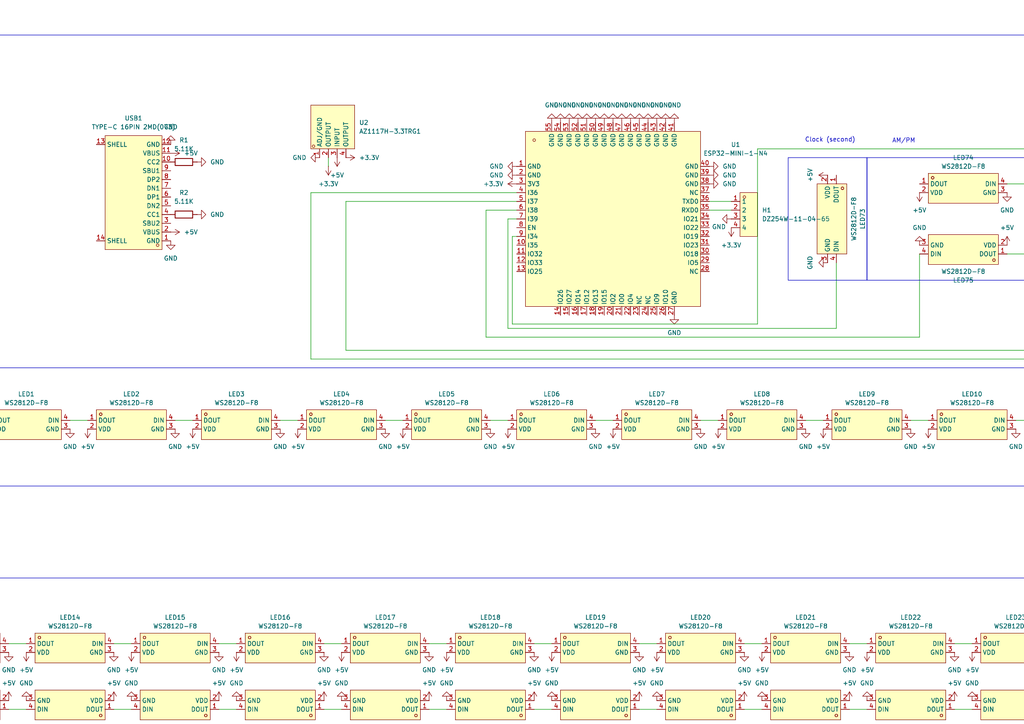
<source format=kicad_sch>
(kicad_sch (version 20231120) (generator "eeschema") (generator_version "8.0")
  (paper "A4")
  (no_connect (at -5.08 121.92))
  (no_connect (at -22.86 261.62))
  (no_connect (at -15.24 -8.89))
  (wire (pts (xy 154.94 186.69) (xy 160.02 186.69)))
  (wire (pts (xy 185.42 186.69) (xy 190.5 186.69)))
  (wire (pts (xy 147.32 63.5) (xy 149.86 63.5)))
  (wire (pts (xy 154.94 224.79) (xy 160.02 224.79)))
  (wire (pts (xy 99.06 243.84) (xy 93.98 243.84)))
  (wire (pts (xy 281.94 243.84) (xy 276.86 243.84)))
  (wire (pts (xy 93.98 224.79) (xy 99.06 224.79)))
  (wire (pts (xy 100.33 101.6) (xy 100.33 58.42)))
  (wire (pts (xy 223.52 -8.89) (xy 228.6 -8.89)))
  (wire (pts (xy 149.86 60.96) (xy 140.97 60.96)))
  (wire (pts (xy 124.46 261.62) (xy 129.54 261.62)))
  (wire (pts (xy 2.54 186.69) (xy 7.62 186.69)))
  (wire (pts (xy 90.17 55.88) (xy 90.17 104.14)))
  (wire (pts (xy 190.5 205.74) (xy 185.42 205.74)))
  (wire (pts (xy 356.87 43.18) (xy 219.71 43.18)))
  (wire (pts (xy 337.82 243.84) (xy 337.82 261.62)))
  (wire (pts (xy 7.62 243.84) (xy 2.54 243.84)))
  (wire (pts (xy 337.82 205.74) (xy 337.82 224.79)))
  (wire (pts (xy 63.5 224.79) (xy 68.58 224.79)))
  (wire (pts (xy 95.25 48.26) (xy 95.25 45.72)))
  (wire (pts (xy 219.71 93.98) (xy 148.59 93.98)))
  (wire (pts (xy 215.9 186.69) (xy 220.98 186.69)))
  (wire (pts (xy 251.46 243.84) (xy 246.38 243.84)))
  (wire (pts (xy 276.86 224.79) (xy 281.94 224.79)))
  (wire (pts (xy 90.17 104.14) (xy 355.6 104.14)))
  (wire (pts (xy 356.87 -8.89) (xy 356.87 43.18)))
  (wire (pts (xy 147.32 95.25) (xy 147.32 63.5)))
  (wire (pts (xy 38.1 243.84) (xy 33.02 243.84)))
  (wire (pts (xy 160.02 243.84) (xy 154.94 243.84)))
  (wire (pts (xy 246.38 186.69) (xy 251.46 186.69)))
  (wire (pts (xy 147.32 95.25) (xy 242.57 95.25)))
  (wire (pts (xy 314.96 -8.89) (xy 320.04 -8.89)))
  (wire (pts (xy 233.68 121.92) (xy 238.76 121.92)))
  (wire (pts (xy 284.48 -8.89) (xy 289.56 -8.89)))
  (wire (pts (xy 312.42 205.74) (xy 307.34 205.74)))
  (wire (pts (xy 2.54 261.62) (xy 7.62 261.62)))
  (wire (pts (xy 38.1 205.74) (xy 33.02 205.74)))
  (wire (pts (xy 40.64 -8.89) (xy 45.72 -8.89)))
  (wire (pts (xy 220.98 243.84) (xy 215.9 243.84)))
  (wire (pts (xy 185.42 224.79) (xy 190.5 224.79)))
  (wire (pts (xy 100.33 58.42) (xy 149.86 58.42)))
  (wire (pts (xy 246.38 261.62) (xy 251.46 261.62)))
  (wire (pts (xy 276.86 186.69) (xy 281.94 186.69)))
  (wire (pts (xy 81.28 121.92) (xy 86.36 121.92)))
  (wire (pts (xy 299.72 73.66) (xy 292.1 73.66)))
  (wire (pts (xy 185.42 261.62) (xy 190.5 261.62)))
  (wire (pts (xy 373.38 154.94) (xy 373.38 101.6)))
  (wire (pts (xy 129.54 243.84) (xy 124.46 243.84)))
  (wire (pts (xy 251.46 205.74) (xy 246.38 205.74)))
  (wire (pts (xy -25.4 243.84) (xy -22.86 243.84)))
  (wire (pts (xy 71.12 -8.89) (xy 76.2 -8.89)))
  (wire (pts (xy 7.62 205.74) (xy 2.54 205.74)))
  (wire (pts (xy 203.2 121.92) (xy 208.28 121.92)))
  (wire (pts (xy 140.97 97.79) (xy 266.7 97.79)))
  (wire (pts (xy -22.86 224.79) (xy -25.4 224.79)))
  (wire (pts (xy 355.6 104.14) (xy 355.6 121.92)))
  (wire (pts (xy 172.72 121.92) (xy 177.8 121.92)))
  (wire (pts (xy 33.02 261.62) (xy 38.1 261.62)))
  (wire (pts (xy 246.38 224.79) (xy 251.46 224.79)))
  (wire (pts (xy 219.71 43.18) (xy 219.71 93.98)))
  (wire (pts (xy 215.9 224.79) (xy 220.98 224.79)))
  (wire (pts (xy 129.54 205.74) (xy 124.46 205.74)))
  (wire (pts (xy 254 -8.89) (xy 259.08 -8.89)))
  (wire (pts (xy 90.17 55.88) (xy 149.86 55.88)))
  (wire (pts (xy 154.94 261.62) (xy 160.02 261.62)))
  (wire (pts (xy 101.6 -8.89) (xy 106.68 -8.89)))
  (wire (pts (xy -25.4 224.79) (xy -25.4 243.84)))
  (wire (pts (xy 307.34 224.79) (xy 312.42 224.79)))
  (wire (pts (xy 124.46 186.69) (xy 129.54 186.69)))
  (wire (pts (xy 132.08 -8.89) (xy 137.16 -8.89)))
  (wire (pts (xy 140.97 60.96) (xy 140.97 97.79)))
  (wire (pts (xy 281.94 205.74) (xy 276.86 205.74)))
  (wire (pts (xy 294.64 121.92) (xy 299.72 121.92)))
  (wire (pts (xy 50.8 121.92) (xy 55.88 121.92)))
  (wire (pts (xy 63.5 261.62) (xy 68.58 261.62)))
  (wire (pts (xy 264.16 121.92) (xy 269.24 121.92)))
  (wire (pts (xy -27.94 205.74) (xy -22.86 205.74)))
  (wire (pts (xy 307.34 261.62) (xy 312.42 261.62)))
  (wire (pts (xy 148.59 93.98) (xy 148.59 68.58)))
  (wire (pts (xy 33.02 186.69) (xy 38.1 186.69)))
  (wire (pts (xy 190.5 243.84) (xy 185.42 243.84)))
  (wire (pts (xy 20.32 121.92) (xy 25.4 121.92)))
  (wire (pts (xy 93.98 186.69) (xy 99.06 186.69)))
  (wire (pts (xy 99.06 205.74) (xy 93.98 205.74)))
  (wire (pts (xy 142.24 121.92) (xy 147.32 121.92)))
  (wire (pts (xy 63.5 186.69) (xy 68.58 186.69)))
  (wire (pts (xy 68.58 205.74) (xy 63.5 205.74)))
  (wire (pts (xy 68.58 243.84) (xy 63.5 243.84)))
  (wire (pts (xy 242.57 95.25) (xy 242.57 76.2)))
  (wire (pts (xy 292.1 53.34) (xy 299.72 53.34)))
  (wire (pts (xy 299.72 53.34) (xy 299.72 73.66)))
  (wire (pts (xy 193.04 -8.89) (xy 198.12 -8.89)))
  (wire (pts (xy 111.76 121.92) (xy 116.84 121.92)))
  (wire (pts (xy 337.82 154.94) (xy 373.38 154.94)))
  (wire (pts (xy 220.98 205.74) (xy 215.9 205.74)))
  (wire (pts (xy 276.86 261.62) (xy 281.94 261.62)))
  (wire (pts (xy 10.16 -8.89) (xy 15.24 -8.89)))
  (wire (pts (xy -27.94 186.69) (xy -27.94 205.74)))
  (wire (pts (xy 33.02 224.79) (xy 38.1 224.79)))
  (wire (pts (xy 307.34 186.69) (xy 312.42 186.69)))
  (wire (pts (xy 93.98 261.62) (xy 99.06 261.62)))
  (wire (pts (xy 162.56 -8.89) (xy 167.64 -8.89)))
  (wire (pts (xy 160.02 205.74) (xy 154.94 205.74)))
  (wire (pts (xy 337.82 186.69) (xy 337.82 154.94)))
  (wire (pts (xy 205.74 58.42) (xy 212.09 58.42)))
  (wire (pts (xy -22.86 186.69) (xy -27.94 186.69)))
  (wire (pts (xy 312.42 243.84) (xy 307.34 243.84)))
  (wire (pts (xy 215.9 261.62) (xy 220.98 261.62)))
  (wire (pts (xy 2.54 224.79) (xy 7.62 224.79)))
  (wire (pts (xy 124.46 224.79) (xy 129.54 224.79)))
  (wire (pts (xy 325.12 121.92) (xy 330.2 121.92)))
  (wire (pts (xy 148.59 68.58) (xy 149.86 68.58)))
  (wire (pts (xy 266.7 97.79) (xy 266.7 73.66)))
  (wire (pts (xy 205.74 60.96) (xy 212.09 60.96)))
  (wire (pts (xy 345.44 -8.89) (xy 356.87 -8.89)))
  (wire (pts (xy 373.38 101.6) (xy 100.33 101.6)))
  (rectangle (start -31.75 -24.13) (end 354.33 10.16))
  (rectangle (start -21.59 106.68) (end 364.49 140.97))
  (rectangle (start 251.46 45.72) (end 304.8 81.28))
  (rectangle (start 228.6 45.72) (end 251.46 81.28))
  (rectangle (start -45.72 167.64) (end 355.6 278.13))
  (text "Minute" (at -61.468 220.218 0) (effects (font (size 1.27 1.27))))
  (text "Clock (second)" (at 240.792 40.64 0) (effects (font (size 1.27 1.27))))
  (text "Hour" (at -27.686 123.698 0) (effects (font (size 1.27 1.27))))
  (text "Seconds (5s)" (at -37.846 -7.112 0) (effects (font (size 1.27 1.27))))
  (text "AM/PM" (at 262.128 40.894 0) (effects (font (size 1.27 1.27))))
  (symbol (lib_id "power:+5V") (at 281.94 189.23 180) (unit 1)
    (property "Reference" "#PWR077" (effects (hide yes)))
    (property "Value" "+5V" (at 281.94 194.31 0))
    (property "Description" "Power symbol creates a global label with name \"+5V\"" (effects (hide yes)))
  )
  (symbol (lib_id "power:GND") (at 99.06 241.3 180) (unit 1)
    (property "Reference" "#PWR0135" (effects (hide yes)))
    (property "Value" "GND" (at 99.06 236.22 0))
    (property "Description" "Power symbol creates a global label with name \"GND\" , ground" (effects (hide yes)))
  )
  (symbol (lib_id "power:GND") (at 212.09 63.5 270) (unit 1)
    (property "Reference" "#PWR0207" (effects (hide yes)))
    (property "Value" "GND" (at 210.566 65.786 90) (effects (justify right)))
    (property "Description" "Power symbol creates a global label with name \"GND\" , ground" (effects (hide yes)))
  )
  (symbol (lib_id "power:GND") (at 175.26 35.56 180) (unit 1)
    (property "Reference" "#PWR07" (effects (hide yes)))
    (property "Value" "GND" (at 175.26 30.48 0))
    (property "Description" "Power symbol creates a global label with name \"GND\" , ground" (effects (hide yes)))
  )
  (symbol (lib_id "power:GND") (at 307.34 189.23 0) (unit 1)
    (property "Reference" "#PWR078" (effects (hide yes)))
    (property "Value" "GND" (at 307.34 194.31 0))
    (property "Description" "Power symbol creates a global label with name \"GND\" , ground" (effects (hide yes)))
  )
  (symbol (lib_id "easyeda2kicad:WS2812D-F8") (at 50.8 242.57 180) (unit 1)
    (property "Reference" "LED55" (at 50.8 251.46 0))
    (property "Value" "WS2812D-F8" (at 50.8 248.92 0))
    (property "Footprint" "easyeda2kicad:LED-TH_WS2812D-F8" (effects (hide yes)))
    (property "Datasheet" "https://lcsc.com/product-detail/Light-Emitting-Diodes-LED_WS2812D-F8_C139126.html" (effects (hide yes)))
    (property "LCSC Part" "C139126" (effects (hide yes)))
  )
  (symbol (lib_id "power:+5V") (at 251.46 227.33 180) (unit 1)
    (property "Reference" "#PWR0116" (effects (hide yes)))
    (property "Value" "+5V" (at 251.46 232.41 0))
    (property "Description" "Power symbol creates a global label with name \"+5V\"" (effects (hide yes)))
  )
  (symbol (lib_id "power:+5V") (at -22.86 189.23 180) (unit 1)
    (property "Reference" "#PWR057" (effects (hide yes)))
    (property "Value" "+5V" (at -22.86 194.31 0))
    (property "Description" "Power symbol creates a global label with name \"+5V\"" (effects (hide yes)))
  )
  (symbol (lib_id "power:GND") (at 240.03 76.2 270) (unit 1)
    (property "Reference" "#PWR0178" (effects (hide yes)))
    (property "Value" "GND" (at 234.95 76.2 0))
    (property "Description" "Power symbol creates a global label with name \"GND\" , ground" (effects (hide yes)))
  )
  (symbol (lib_id "easyeda2kicad:WS2812D-F8") (at 20.32 226.06 0) (unit 1)
    (property "Reference" "LED58" (at 20.32 217.17 0))
    (property "Value" "WS2812D-F8" (at 20.32 219.71 0))
    (property "Footprint" "easyeda2kicad:LED-TH_WS2812D-F8" (effects (hide yes)))
    (property "Datasheet" "https://lcsc.com/product-detail/Light-Emitting-Diodes-LED_WS2812D-F8_C139126.html" (effects (hide yes)))
    (property "LCSC Part" "C139126" (effects (hide yes)))
  )
  (symbol (lib_id "power:GND") (at 251.46 203.2 180) (unit 1)
    (property "Reference" "#PWR086" (effects (hide yes)))
    (property "Value" "GND" (at 251.46 198.12 0))
    (property "Description" "Power symbol creates a global label with name \"GND\" , ground" (effects (hide yes)))
  )
  (symbol (lib_id "Device:C") (at -34.29 92.71 90) (unit 1)
    (property "Reference" "C6" (at -34.29 85.09 90))
    (property "Value" "C" (at -34.29 87.63 90))
    (property "Footprint" "Capacitor_SMD:C_0603_1608Metric" (effects (hide yes)))
    (property "Description" "Unpolarized capacitor" (effects (hide yes)))
    (property "LCSC" "C19702" (effects (hide yes)))
  )
  (symbol (lib_id "power:+5V") (at 185.42 241.3 0) (unit 1)
    (property "Reference" "#PWR0125" (effects (hide yes)))
    (property "Value" "+5V" (at 185.42 236.22 0))
    (property "Description" "Power symbol creates a global label with name \"+5V\"" (effects (hide yes)))
  )
  (symbol (lib_id "power:+5V") (at 292.1 71.12 0) (unit 1)
    (property "Reference" "#PWR0181" (effects (hide yes)))
    (property "Value" "+5V" (at 292.1 66.04 0))
    (property "Description" "Power symbol creates a global label with name \"+5V\"" (effects (hide yes)))
  )
  (symbol (lib_id "power:GND") (at 154.94 227.33 0) (unit 1)
    (property "Reference" "#PWR0130" (effects (hide yes)))
    (property "Value" "GND" (at 154.94 232.41 0))
    (property "Description" "Power symbol creates a global label with name \"GND\" , ground" (effects (hide yes)))
  )
  (symbol (lib_id "easyeda2kicad:WS2812D-F8") (at 203.2 187.96 0) (unit 1)
    (property "Reference" "LED20" (at 203.2 179.07 0))
    (property "Value" "WS2812D-F8" (at 203.2 181.61 0))
    (property "Footprint" "easyeda2kicad:LED-TH_WS2812D-F8" (effects (hide yes)))
    (property "Datasheet" "https://lcsc.com/product-detail/Light-Emitting-Diodes-LED_WS2812D-F8_C139126.html" (effects (hide yes)))
    (property "LCSC Part" "C139126" (effects (hide yes)))
  )
  (symbol (lib_id "easyeda2kicad:WS2812D-F8") (at 325.12 262.89 0) (unit 1)
    (property "Reference" "LED61" (at 325.12 254 0))
    (property "Value" "WS2812D-F8" (at 325.12 256.54 0))
    (property "Footprint" "easyeda2kicad:LED-TH_WS2812D-F8" (effects (hide yes)))
    (property "Datasheet" "https://lcsc.com/product-detail/Light-Emitting-Diodes-LED_WS2812D-F8_C139126.html" (effects (hide yes)))
    (property "LCSC Part" "C139126" (effects (hide yes)))
  )
  (symbol (lib_id "easyeda2kicad:WS2812D-F8") (at 142.24 242.57 180) (unit 1)
    (property "Reference" "LED49" (at 142.24 251.46 0))
    (property "Value" "WS2812D-F8" (at 142.24 248.92 0))
    (property "Footprint" "easyeda2kicad:LED-TH_WS2812D-F8" (effects (hide yes)))
    (property "Datasheet" "https://lcsc.com/product-detail/Light-Emitting-Diodes-LED_WS2812D-F8_C139126.html" (effects (hide yes)))
    (property "LCSC Part" "C139126" (effects (hide yes)))
  )
  (symbol (lib_id "Device:R") (at 53.34 62.23 90) (unit 1)
    (property "Reference" "R2" (at 53.34 55.88 90))
    (property "Value" "5.11K" (at 53.34 58.42 90))
    (property "Footprint" "Resistor_SMD:R_0603_1608Metric" (effects (hide yes)))
    (property "Description" "Resistor" (effects (hide yes)))
    (property "LCSC" "C112314" (effects (hide yes)))
  )
  (symbol (lib_id "power:+5V") (at 190.5 189.23 180) (unit 1)
    (property "Reference" "#PWR071" (effects (hide yes)))
    (property "Value" "+5V" (at 190.5 194.31 0))
    (property "Description" "Power symbol creates a global label with name \"+5V\"" (effects (hide yes)))
  )
  (symbol (lib_id "power:+5V") (at 269.24 124.46 180) (unit 1)
    (property "Reference" "#PWR051" (effects (hide yes)))
    (property "Value" "+5V" (at 269.24 129.54 0))
    (property "Description" "Power symbol creates a global label with name \"+5V\"" (effects (hide yes)))
  )
  (symbol (lib_id "power:GND") (at 160.02 203.2 180) (unit 1)
    (property "Reference" "#PWR092" (effects (hide yes)))
    (property "Value" "GND" (at 160.02 198.12 0))
    (property "Description" "Power symbol creates a global label with name \"GND\" , ground" (effects (hide yes)))
  )
  (symbol (lib_id "power:+5V") (at 337.82 203.2 0) (unit 1)
    (property "Reference" "#PWR081" (effects (hide yes)))
    (property "Value" "+5V" (at 337.82 198.12 0))
    (property "Description" "Power symbol creates a global label with name \"+5V\"" (effects (hide yes)))
  )
  (symbol (lib_id "easyeda2kicad:WS2812D-F8") (at 264.16 226.06 0) (unit 1)
    (property "Reference" "LED42" (at 264.16 217.17 0))
    (property "Value" "WS2812D-F8" (at 264.16 219.71 0))
    (property "Footprint" "easyeda2kicad:LED-TH_WS2812D-F8" (effects (hide yes)))
    (property "Datasheet" "https://lcsc.com/product-detail/Light-Emitting-Diodes-LED_WS2812D-F8_C139126.html" (effects (hide yes)))
    (property "LCSC Part" "C139126" (effects (hide yes)))
  )
  (symbol (lib_id "power:+5V") (at 160.02 227.33 180) (unit 1)
    (property "Reference" "#PWR0128" (effects (hide yes)))
    (property "Value" "+5V" (at 160.02 232.41 0))
    (property "Description" "Power symbol creates a global label with name \"+5V\"" (effects (hide yes)))
  )
  (symbol (lib_id "easyeda2kicad:WS2812D-F8") (at 203.2 204.47 180) (unit 1)
    (property "Reference" "LED29" (at 203.2 213.36 0))
    (property "Value" "WS2812D-F8" (at 203.2 210.82 0))
    (property "Footprint" "easyeda2kicad:LED-TH_WS2812D-F8" (effects (hide yes)))
    (property "Datasheet" "https://lcsc.com/product-detail/Light-Emitting-Diodes-LED_WS2812D-F8_C139126.html" (effects (hide yes)))
    (property "LCSC Part" "C139126" (effects (hide yes)))
  )
  (symbol (lib_id "power:+5V") (at 238.76 124.46 180) (unit 1)
    (property "Reference" "#PWR049" (effects (hide yes)))
    (property "Value" "+5V" (at 238.76 129.54 0))
    (property "Description" "Power symbol creates a global label with name \"+5V\"" (effects (hide yes)))
  )
  (symbol (lib_id "power:GND") (at -38.1 92.71 270) (unit 1)
    (property "Reference" "#PWR0217" (effects (hide yes)))
    (property "Value" "GND" (at -40.64 92.7099 90) (effects (justify right)))
    (property "Description" "Power symbol creates a global label with name \"GND\" , ground" (effects (hide yes)))
  )
  (symbol (lib_id "easyeda2kicad:WS2812D-F8") (at 142.24 204.47 180) (unit 1)
    (property "Reference" "LED31" (at 142.24 213.36 0))
    (property "Value" "WS2812D-F8" (at 142.24 210.82 0))
    (property "Footprint" "easyeda2kicad:LED-TH_WS2812D-F8" (effects (hide yes)))
    (property "Datasheet" "https://lcsc.com/product-detail/Light-Emitting-Diodes-LED_WS2812D-F8_C139126.html" (effects (hide yes)))
    (property "LCSC Part" "C139126" (effects (hide yes)))
  )
  (symbol (lib_id "power:GND") (at 111.76 124.46 0) (unit 1)
    (property "Reference" "#PWR040" (effects (hide yes)))
    (property "Value" "GND" (at 111.76 129.54 0))
    (property "Description" "Power symbol creates a global label with name \"GND\" , ground" (effects (hide yes)))
  )
  (symbol (lib_id "power:GND") (at -38.1 46.99 270) (unit 1)
    (property "Reference" "#PWR0211" (effects (hide yes)))
    (property "Value" "GND" (at -40.64 46.9899 90) (effects (justify right)))
    (property "Description" "Power symbol creates a global label with name \"GND\" , ground" (effects (hide yes)))
  )
  (symbol (lib_id "easyeda2kicad:WS2812D-F8") (at 119.38 -7.62 0) (unit 1)
    (property "Reference" "LED80" (at 119.38 -16.51 0))
    (property "Value" "WS2812D-F8" (at 119.38 -13.97 0))
    (property "Footprint" "easyeda2kicad:LED-TH_WS2812D-F8" (effects (hide yes)))
    (property "Datasheet" "https://lcsc.com/product-detail/Light-Emitting-Diodes-LED_WS2812D-F8_C139126.html" (effects (hide yes)))
    (property "LCSC Part" "C139126" (effects (hide yes)))
  )
  (symbol (lib_id "power:+5V") (at 116.84 124.46 180) (unit 1)
    (property "Reference" "#PWR041" (effects (hide yes)))
    (property "Value" "+5V" (at 116.84 129.54 0))
    (property "Description" "Power symbol creates a global label with name \"+5V\"" (effects (hide yes)))
  )
  (symbol (lib_id "power:+5V") (at 320.04 -6.35 180) (unit 1)
    (property "Reference" "#PWR0205" (effects (hide yes)))
    (property "Value" "+5V" (at 320.04 -1.27 0))
    (property "Description" "Power symbol creates a global label with name \"+5V\"" (effects (hide yes)))
  )
  (symbol (lib_id "power:+5V") (at 45.72 -6.35 180) (unit 1)
    (property "Reference" "#PWR0187" (effects (hide yes)))
    (property "Value" "+5V" (at 45.72 -1.27 0))
    (property "Description" "Power symbol creates a global label with name \"+5V\"" (effects (hide yes)))
  )
  (symbol (lib_id "power:+5V") (at 198.12 -6.35 180) (unit 1)
    (property "Reference" "#PWR0197" (effects (hide yes)))
    (property "Value" "+5V" (at 198.12 -1.27 0))
    (property "Description" "Power symbol creates a global label with name \"+5V\"" (effects (hide yes)))
  )
  (symbol (lib_id "power:+3.3V") (at 212.09 66.04 180) (unit 1)
    (property "Reference" "#PWR0208" (effects (hide yes)))
    (property "Value" "+3.3V" (at 212.09 71.12 0))
    (property "Description" "Power symbol creates a global label with name \"+3.3V\"" (effects (hide yes)))
  )
  (symbol (lib_id "power:GND") (at 99.06 203.2 180) (unit 1)
    (property "Reference" "#PWR096" (effects (hide yes)))
    (property "Value" "GND" (at 99.06 198.12 0))
    (property "Description" "Power symbol creates a global label with name \"GND\" , ground" (effects (hide yes)))
  )
  (symbol (lib_id "power:GND") (at -22.86 203.2 180) (unit 1)
    (property "Reference" "#PWR0104" (effects (hide yes)))
    (property "Value" "GND" (at -22.86 198.12 0))
    (property "Description" "Power symbol creates a global label with name \"GND\" , ground" (effects (hide yes)))
  )
  (symbol (lib_id "power:GND") (at 203.2 124.46 0) (unit 1)
    (property "Reference" "#PWR046" (effects (hide yes)))
    (property "Value" "GND" (at 203.2 129.54 0))
    (property "Description" "Power symbol creates a global label with name \"GND\" , ground" (effects (hide yes)))
  )
  (symbol (lib_id "easyeda2kicad:WS2812D-F8") (at 160.02 123.19 0) (unit 1)
    (property "Reference" "LED6" (at 160.02 114.3 0))
    (property "Value" "WS2812D-F8" (at 160.02 116.84 0))
    (property "Footprint" "easyeda2kicad:LED-TH_WS2812D-F8" (effects (hide yes)))
    (property "Datasheet" "https://lcsc.com/product-detail/Light-Emitting-Diodes-LED_WS2812D-F8_C139126.html" (effects (hide yes)))
    (property "LCSC Part" "C139126" (effects (hide yes)))
  )
  (symbol (lib_id "power:GND") (at 68.58 241.3 180) (unit 1)
    (property "Reference" "#PWR0139" (effects (hide yes)))
    (property "Value" "GND" (at 68.58 236.22 0))
    (property "Description" "Power symbol creates a global label with name \"GND\" , ground" (effects (hide yes)))
  )
  (symbol (lib_id "power:+5V") (at 299.72 124.46 180) (unit 1)
    (property "Reference" "#PWR053" (effects (hide yes)))
    (property "Value" "+5V" (at 299.72 129.54 0))
    (property "Description" "Power symbol creates a global label with name \"+5V\"" (effects (hide yes)))
  )
  (symbol (lib_id "easyeda2kicad:WS2812D-F8") (at 7.62 123.19 0) (unit 1)
    (property "Reference" "LED1" (at 7.62 114.3 0))
    (property "Value" "WS2812D-F8" (at 7.62 116.84 0))
    (property "Footprint" "easyeda2kicad:LED-TH_WS2812D-F8" (effects (hide yes)))
    (property "Datasheet" "https://lcsc.com/product-detail/Light-Emitting-Diodes-LED_WS2812D-F8_C139126.html" (effects (hide yes)))
    (property "LCSC Part" "C139126" (effects (hide yes)))
  )
  (symbol (lib_id "power:GND") (at 264.16 124.46 0) (unit 1)
    (property "Reference" "#PWR050" (effects (hide yes)))
    (property "Value" "GND" (at 264.16 129.54 0))
    (property "Description" "Power symbol creates a global label with name \"GND\" , ground" (effects (hide yes)))
  )
  (symbol (lib_id "power:GND") (at 57.15 62.23 90) (unit 1)
    (property "Reference" "#PWR025" (effects (hide yes)))
    (property "Value" "GND" (at 60.96 62.2299 90) (effects (justify right)))
    (property "Description" "Power symbol creates a global label with name \"GND\" , ground" (effects (hide yes)))
  )
  (symbol (lib_id "easyeda2kicad:WS2812D-F8") (at 294.64 262.89 0) (unit 1)
    (property "Reference" "LED62" (at 294.64 254 0))
    (property "Value" "WS2812D-F8" (at 294.64 256.54 0))
    (property "Footprint" "easyeda2kicad:LED-TH_WS2812D-F8" (effects (hide yes)))
    (property "Datasheet" "https://lcsc.com/product-detail/Light-Emitting-Diodes-LED_WS2812D-F8_C139126.html" (effects (hide yes)))
    (property "LCSC Part" "C139126" (effects (hide yes)))
  )
  (symbol (lib_id "easyeda2kicad:WS2812D-F8") (at 325.12 187.96 0) (unit 1)
    (property "Reference" "LED24" (at 325.12 179.07 0))
    (property "Value" "WS2812D-F8" (at 325.12 181.61 0))
    (property "Footprint" "easyeda2kicad:LED-TH_WS2812D-F8" (effects (hide yes)))
    (property "Datasheet" "https://lcsc.com/product-detail/Light-Emitting-Diodes-LED_WS2812D-F8_C139126.html" (effects (hide yes)))
    (property "LCSC Part" "C139126" (effects (hide yes)))
  )
  (symbol (lib_id "power:+5V") (at 124.46 241.3 0) (unit 1)
    (property "Reference" "#PWR0133" (effects (hide yes)))
    (property "Value" "+5V" (at 124.46 236.22 0))
    (property "Description" "Power symbol creates a global label with name \"+5V\"" (effects (hide yes)))
  )
  (symbol (lib_id "power:GND") (at 190.5 203.2 180) (unit 1)
    (property "Reference" "#PWR090" (effects (hide yes)))
    (property "Value" "GND" (at 190.5 198.12 0))
    (property "Description" "Power symbol creates a global label with name \"GND\" , ground" (effects (hide yes)))
  )
  (symbol (lib_id "Device:C") (at -34.29 138.43 90) (unit 1)
    (property "Reference" "C10" (at -34.29 130.81 90))
    (property "Value" "C" (at -34.29 133.35 90))
    (property "Footprint" "Capacitor_SMD:C_0603_1608Metric" (effects (hide yes)))
    (property "Description" "Unpolarized capacitor" (effects (hide yes)))
    (property "LCSC" "C19702" (effects (hide yes)))
  )
  (symbol (lib_id "power:GND") (at 284.48 -6.35 0) (unit 1)
    (property "Reference" "#PWR0202" (effects (hide yes)))
    (property "Value" "GND" (at 284.48 -1.27 0))
    (property "Description" "Power symbol creates a global label with name \"GND\" , ground" (effects (hide yes)))
  )
  (symbol (lib_id "easyeda2kicad:WS2812D-F8") (at 111.76 187.96 0) (unit 1)
    (property "Reference" "LED17" (at 111.76 179.07 0))
    (property "Value" "WS2812D-F8" (at 111.76 181.61 0))
    (property "Footprint" "easyeda2kicad:LED-TH_WS2812D-F8" (effects (hide yes)))
    (property "Datasheet" "https://lcsc.com/product-detail/Light-Emitting-Diodes-LED_WS2812D-F8_C139126.html" (effects (hide yes)))
    (property "LCSC Part" "C139126" (effects (hide yes)))
  )
  (symbol (lib_id "power:GND") (at 20.32 124.46 0) (unit 1)
    (property "Reference" "#PWR033" (effects (hide yes)))
    (property "Value" "GND" (at 20.32 129.54 0))
    (property "Description" "Power symbol creates a global label with name \"GND\" , ground" (effects (hide yes)))
  )
  (symbol (lib_id "power:GND") (at 281.94 241.3 180) (unit 1)
    (property "Reference" "#PWR0111" (effects (hide yes)))
    (property "Value" "GND" (at 281.94 236.22 0))
    (property "Description" "Power symbol creates a global label with name \"GND\" , ground" (effects (hide yes)))
  )
  (symbol (lib_id "power:GND") (at 246.38 227.33 0) (unit 1)
    (property "Reference" "#PWR0118" (effects (hide yes)))
    (property "Value" "GND" (at 246.38 232.41 0))
    (property "Description" "Power symbol creates a global label with name \"GND\" , ground" (effects (hide yes)))
  )
  (symbol (lib_id "easyeda2kicad:WS2812D-F8") (at 20.32 262.89 0) (unit 1)
    (property "Reference" "LED71" (at 20.32 254 0))
    (property "Value" "WS2812D-F8" (at 20.32 256.54 0))
    (property "Footprint" "easyeda2kicad:LED-TH_WS2812D-F8" (effects (hide yes)))
    (property "Datasheet" "https://lcsc.com/product-detail/Light-Emitting-Diodes-LED_WS2812D-F8_C139126.html" (effects (hide yes)))
    (property "LCSC Part" "C139126" (effects (hide yes)))
  )
  (symbol (lib_id "easyeda2kicad:WS2812D-F8") (at 203.2 242.57 180) (unit 1)
    (property "Reference" "LED45" (at 203.2 251.46 0))
    (property "Value" "WS2812D-F8" (at 203.2 248.92 0))
    (property "Footprint" "easyeda2kicad:LED-TH_WS2812D-F8" (effects (hide yes)))
    (property "Datasheet" "https://lcsc.com/product-detail/Light-Emitting-Diodes-LED_WS2812D-F8_C139126.html" (effects (hide yes)))
    (property "LCSC Part" "C139126" (effects (hide yes)))
  )
  (symbol (lib_id "easyeda2kicad:ESP32-MINI-1-N4") (at 177.8 63.5 0) (unit 1)
    (property "Reference" "U1" (at 213.36 41.9414 0))
    (property "Value" "ESP32-MINI-1-N4" (at 213.36 44.4814 0))
    (property "Footprint" "easyeda2kicad:WIFI-SMD_ESP32-MINI-1" (effects (hide yes)))
    (property "LCSC Part" "C2980305" (effects (hide yes)))
  )
  (symbol (lib_id "easyeda2kicad:DZ254W-11-04-65") (at 217.17 62.23 0) (unit 1)
    (property "Reference" "H1" (at 220.98 60.9599 0) (effects (justify left)))
    (property "Value" "DZ254W-11-04-65" (at 220.98 63.4999 0) (effects (justify left)))
    (property "Footprint" "easyeda2kicad:HDR-TH_4P-P2.54-H-M-W10.3" (effects (hide yes)))
    (property "LCSC Part" "C2935929" (effects (hide yes)))
  )
  (symbol (lib_id "power:+5V") (at 312.42 264.16 180) (unit 1)
    (property "Reference" "#PWR0154" (effects (hide yes)))
    (property "Value" "+5V" (at 312.42 269.24 0))
    (property "Description" "Power symbol creates a global label with name \"+5V\"" (effects (hide yes)))
  )
  (symbol (lib_id "power:+3.3V") (at 95.25 48.26 180) (unit 1)
    (property "Reference" "#PWR030" (effects (hide yes)))
    (property "Value" "+3.3V" (at 95.25 53.34 0))
    (property "Description" "Power symbol creates a global label with name \"+3.3V\"" (effects (hide yes)))
  )
  (symbol (lib_id "easyeda2kicad:WS2812D-F8") (at 294.64 204.47 180) (unit 1)
    (property "Reference" "LED26" (at 294.64 213.36 0))
    (property "Value" "WS2812D-F8" (at 294.64 210.82 0))
    (property "Footprint" "easyeda2kicad:LED-TH_WS2812D-F8" (effects (hide yes)))
    (property "Datasheet" "https://lcsc.com/product-detail/Light-Emitting-Diodes-LED_WS2812D-F8_C139126.html" (effects (hide yes)))
    (property "LCSC Part" "C139126" (effects (hide yes)))
  )
  (symbol (lib_id "easyeda2kicad:WS2812D-F8") (at 233.68 226.06 0) (unit 1)
    (property "Reference" "LED44" (at 233.68 217.17 0))
    (property "Value" "WS2812D-F8" (at 233.68 219.71 0))
    (property "Footprint" "easyeda2kicad:LED-TH_WS2812D-F8" (effects (hide yes)))
    (property "Datasheet" "https://lcsc.com/product-detail/Light-Emitting-Diodes-LED_WS2812D-F8_C139126.html" (effects (hide yes)))
    (property "LCSC Part" "C139126" (effects (hide yes)))
  )
  (symbol (lib_id "power:GND") (at 276.86 189.23 0) (unit 1)
    (property "Reference" "#PWR076" (effects (hide yes)))
    (property "Value" "GND" (at 276.86 194.31 0))
    (property "Description" "Power symbol creates a global label with name \"GND\" , ground" (effects (hide yes)))
  )
  (symbol (lib_id "power:GND") (at 276.86 264.16 0) (unit 1)
    (property "Reference" "#PWR0157" (effects (hide yes)))
    (property "Value" "GND" (at 276.86 269.24 0))
    (property "Description" "Power symbol creates a global label with name \"GND\" , ground" (effects (hide yes)))
  )
  (symbol (lib_id "power:+5V") (at 38.1 264.16 180) (unit 1)
    (property "Reference" "#PWR0172" (effects (hide yes)))
    (property "Value" "+5V" (at 38.1 269.24 0))
    (property "Description" "Power symbol creates a global label with name \"+5V\"" (effects (hide yes)))
  )
  (symbol (lib_id "easyeda2kicad:WS2812D-F8") (at 38.1 123.19 0) (unit 1)
    (property "Reference" "LED2" (at 38.1 114.3 0))
    (property "Value" "WS2812D-F8" (at 38.1 116.84 0))
    (property "Footprint" "easyeda2kicad:LED-TH_WS2812D-F8" (effects (hide yes)))
    (property "Datasheet" "https://lcsc.com/product-detail/Light-Emitting-Diodes-LED_WS2812D-F8_C139126.html" (effects (hide yes)))
    (property "LCSC Part" "C139126" (effects (hide yes)))
  )
  (symbol (lib_id "easyeda2kicad:WS2812D-F8") (at 241.3 63.5 270) (unit 1)
    (property "Reference" "LED73" (at 250.19 63.5 0))
    (property "Value" "WS2812D-F8" (at 247.65 63.5 0))
    (property "Footprint" "easyeda2kicad:LED-TH_WS2812D-F8" (effects (hide yes)))
    (property "Datasheet" "https://lcsc.com/product-detail/Light-Emitting-Diodes-LED_WS2812D-F8_C139126.html" (effects (hide yes)))
    (property "LCSC Part" "C139126" (effects (hide yes)))
  )
  (symbol (lib_id "easyeda2kicad:WS2812D-F8") (at 210.82 -7.62 0) (unit 1)
    (property "Reference" "LED83" (at 210.82 -16.51 0))
    (property "Value" "WS2812D-F8" (at 210.82 -13.97 0))
    (property "Footprint" "easyeda2kicad:LED-TH_WS2812D-F8" (effects (hide yes)))
    (property "Datasheet" "https://lcsc.com/product-detail/Light-Emitting-Diodes-LED_WS2812D-F8_C139126.html" (effects (hide yes)))
    (property "LCSC Part" "C139126" (effects (hide yes)))
  )
  (symbol (lib_id "power:+5V") (at 7.62 189.23 180) (unit 1)
    (property "Reference" "#PWR059" (effects (hide yes)))
    (property "Value" "+5V" (at 7.62 194.31 0))
    (property "Description" "Power symbol creates a global label with name \"+5V\"" (effects (hide yes)))
  )
  (symbol (lib_id "power:+5V") (at 76.2 -6.35 180) (unit 1)
    (property "Reference" "#PWR0189" (effects (hide yes)))
    (property "Value" "+5V" (at 76.2 -1.27 0))
    (property "Description" "Power symbol creates a global label with name \"+5V\"" (effects (hide yes)))
  )
  (symbol (lib_id "power:GND") (at 307.34 264.16 0) (unit 1)
    (property "Reference" "#PWR0155" (effects (hide yes)))
    (property "Value" "GND" (at 307.34 269.24 0))
    (property "Description" "Power symbol creates a global label with name \"GND\" , ground" (effects (hide yes)))
  )
  (symbol (lib_id "power:+5V") (at 337.82 241.3 0) (unit 1)
    (property "Reference" "#PWR0105" (effects (hide yes)))
    (property "Value" "+5V" (at 337.82 236.22 0))
    (property "Description" "Power symbol creates a global label with name \"+5V\"" (effects (hide yes)))
  )
  (symbol (lib_id "power:+3.3V") (at 100.33 45.72 270) (unit 1)
    (property "Reference" "#PWR029" (effects (hide yes)))
    (property "Value" "+3.3V" (at 104.14 45.7199 90) (effects (justify left)))
    (property "Description" "Power symbol creates a global label with name \"+3.3V\"" (effects (hide yes)))
  )
  (symbol (lib_id "Device:C") (at -34.29 127 90) (unit 1)
    (property "Reference" "C9" (at -34.29 119.38 90))
    (property "Value" "C" (at -34.29 121.92 90))
    (property "Footprint" "Capacitor_SMD:C_0603_1608Metric" (effects (hide yes)))
    (property "Description" "Unpolarized capacitor" (effects (hide yes)))
    (property "LCSC" "C19702" (effects (hide yes)))
  )
  (symbol (lib_id "power:+5V") (at 55.88 124.46 180) (unit 1)
    (property "Reference" "#PWR037" (effects (hide yes)))
    (property "Value" "+5V" (at 55.88 129.54 0))
    (property "Description" "Power symbol creates a global label with name \"+5V\"" (effects (hide yes)))
  )
  (symbol (lib_id "power:GND") (at 93.98 264.16 0) (unit 1)
    (property "Reference" "#PWR0169" (effects (hide yes)))
    (property "Value" "GND" (at 93.98 269.24 0))
    (property "Description" "Power symbol creates a global label with name \"GND\" , ground" (effects (hide yes)))
  )
  (symbol (lib_id "easyeda2kicad:WS2812D-F8") (at 50.8 262.89 0) (unit 1)
    (property "Reference" "LED70" (at 50.8 254 0))
    (property "Value" "WS2812D-F8" (at 50.8 256.54 0))
    (property "Footprint" "easyeda2kicad:LED-TH_WS2812D-F8" (effects (hide yes)))
    (property "Datasheet" "https://lcsc.com/product-detail/Light-Emitting-Diodes-LED_WS2812D-F8_C139126.html" (effects (hide yes)))
    (property "LCSC Part" "C139126" (effects (hide yes)))
  )
  (symbol (lib_id "easyeda2kicad:WS2812D-F8") (at -10.16 226.06 0) (unit 1)
    (property "Reference" "LED60" (at -10.16 217.17 0))
    (property "Value" "WS2812D-F8" (at -10.16 219.71 0))
    (property "Footprint" "easyeda2kicad:LED-TH_WS2812D-F8" (effects (hide yes)))
    (property "Datasheet" "https://lcsc.com/product-detail/Light-Emitting-Diodes-LED_WS2812D-F8_C139126.html" (effects (hide yes)))
    (property "LCSC Part" "C139126" (effects (hide yes)))
  )
  (symbol (lib_id "power:GND") (at 220.98 241.3 180) (unit 1)
    (property "Reference" "#PWR0119" (effects (hide yes)))
    (property "Value" "GND" (at 220.98 236.22 0))
    (property "Description" "Power symbol creates a global label with name \"GND\" , ground" (effects (hide yes)))
  )
  (symbol (lib_id "easyeda2kicad:WS2812D-F8") (at 81.28 187.96 0) (unit 1)
    (property "Reference" "LED16" (at 81.28 179.07 0))
    (property "Value" "WS2812D-F8" (at 81.28 181.61 0))
    (property "Footprint" "easyeda2kicad:LED-TH_WS2812D-F8" (effects (hide yes)))
    (property "Datasheet" "https://lcsc.com/product-detail/Light-Emitting-Diodes-LED_WS2812D-F8_C139126.html" (effects (hide yes)))
    (property "LCSC Part" "C139126" (effects (hide yes)))
  )
  (symbol (lib_id "power:+5V") (at 2.54 241.3 0) (unit 1)
    (property "Reference" "#PWR0149" (effects (hide yes)))
    (property "Value" "+5V" (at 2.54 236.22 0))
    (property "Description" "Power symbol creates a global label with name \"+5V\"" (effects (hide yes)))
  )
  (symbol (lib_id "power:+5V") (at 220.98 227.33 180) (unit 1)
    (property "Reference" "#PWR0120" (effects (hide yes)))
    (property "Value" "+5V" (at 220.98 232.41 0))
    (property "Description" "Power symbol creates a global label with name \"+5V\"" (effects (hide yes)))
  )
  (symbol (lib_id "power:+5V") (at -22.86 264.16 180) (unit 1)
    (property "Reference" "#PWR0176" (effects (hide yes)))
    (property "Value" "+5V" (at -22.86 269.24 0))
    (property "Description" "Power symbol creates a global label with name \"+5V\"" (effects (hide yes)))
  )
  (symbol (lib_id "easyeda2kicad:WS2812D-F8") (at 203.2 262.89 0) (unit 1)
    (property "Reference" "LED65" (at 203.2 254 0))
    (property "Value" "WS2812D-F8" (at 203.2 256.54 0))
    (property "Footprint" "easyeda2kicad:LED-TH_WS2812D-F8" (effects (hide yes)))
    (property "Datasheet" "https://lcsc.com/product-detail/Light-Emitting-Diodes-LED_WS2812D-F8_C139126.html" (effects (hide yes)))
    (property "LCSC Part" "C139126" (effects (hide yes)))
  )
  (symbol (lib_id "easyeda2kicad:WS2812D-F8") (at 325.12 242.57 180) (unit 1)
    (property "Reference" "LED37" (at 325.12 251.46 0))
    (property "Value" "WS2812D-F8" (at 325.12 248.92 0))
    (property "Footprint" "easyeda2kicad:LED-TH_WS2812D-F8" (effects (hide yes)))
    (property "Datasheet" "https://lcsc.com/product-detail/Light-Emitting-Diodes-LED_WS2812D-F8_C139126.html" (effects (hide yes)))
    (property "LCSC Part" "C139126" (effects (hide yes)))
  )
  (symbol (lib_id "easyeda2kicad:WS2812D-F8") (at 50.8 204.47 180) (unit 1)
    (property "Reference" "LED34" (at 50.8 213.36 0))
    (property "Value" "WS2812D-F8" (at 50.8 210.82 0))
    (property "Footprint" "easyeda2kicad:LED-TH_WS2812D-F8" (effects (hide yes)))
    (property "Datasheet" "https://lcsc.com/product-detail/Light-Emitting-Diodes-LED_WS2812D-F8_C139126.html" (effects (hide yes)))
    (property "LCSC Part" "C139126" (effects (hide yes)))
  )
  (symbol (lib_id "easyeda2kicad:WS2812D-F8") (at 81.28 242.57 180) (unit 1)
    (property "Reference" "LED53" (at 81.28 251.46 0))
    (property "Value" "WS2812D-F8" (at 81.28 248.92 0))
    (property "Footprint" "easyeda2kicad:LED-TH_WS2812D-F8" (effects (hide yes)))
    (property "Datasheet" "https://lcsc.com/product-detail/Light-Emitting-Diodes-LED_WS2812D-F8_C139126.html" (effects (hide yes)))
    (property "LCSC Part" "C139126" (effects (hide yes)))
  )
  (symbol (lib_id "easyeda2kicad:WS2812D-F8") (at 233.68 242.57 180) (unit 1)
    (property "Reference" "LED43" (at 233.68 251.46 0))
    (property "Value" "WS2812D-F8" (at 233.68 248.92 0))
    (property "Footprint" "easyeda2kicad:LED-TH_WS2812D-F8" (effects (hide yes)))
    (property "Datasheet" "https://lcsc.com/product-detail/Light-Emitting-Diodes-LED_WS2812D-F8_C139126.html" (effects (hide yes)))
    (property "LCSC Part" "C139126" (effects (hide yes)))
  )
  (symbol (lib_id "power:+5V") (at 281.94 227.33 180) (unit 1)
    (property "Reference" "#PWR0112" (effects (hide yes)))
    (property "Value" "+5V" (at 281.94 232.41 0))
    (property "Description" "Power symbol creates a global label with name \"+5V\"" (effects (hide yes)))
  )
  (symbol (lib_id "power:GND") (at 2.54 264.16 0) (unit 1)
    (property "Reference" "#PWR0175" (effects (hide yes)))
    (property "Value" "GND" (at 2.54 269.24 0))
    (property "Description" "Power symbol creates a global label with name \"GND\" , ground" (effects (hide yes)))
  )
  (symbol (lib_id "power:GND") (at 101.6 -6.35 0) (unit 1)
    (property "Reference" "#PWR0190" (effects (hide yes)))
    (property "Value" "GND" (at 101.6 -1.27 0))
    (property "Description" "Power symbol creates a global label with name \"GND\" , ground" (effects (hide yes)))
  )
  (symbol (lib_id "easyeda2kicad:WS2812D-F8") (at 190.5 123.19 0) (unit 1)
    (property "Reference" "LED7" (at 190.5 114.3 0))
    (property "Value" "WS2812D-F8" (at 190.5 116.84 0))
    (property "Footprint" "easyeda2kicad:LED-TH_WS2812D-F8" (effects (hide yes)))
    (property "Datasheet" "https://lcsc.com/product-detail/Light-Emitting-Diodes-LED_WS2812D-F8_C139126.html" (effects (hide yes)))
    (property "LCSC Part" "C139126" (effects (hide yes)))
  )
  (symbol (lib_id "easyeda2kicad:WS2812D-F8") (at 312.42 123.19 0) (unit 1)
    (property "Reference" "LED11" (at 312.42 114.3 0))
    (property "Value" "WS2812D-F8" (at 312.42 116.84 0))
    (property "Footprint" "easyeda2kicad:LED-TH_WS2812D-F8" (effects (hide yes)))
    (property "Datasheet" "https://lcsc.com/product-detail/Light-Emitting-Diodes-LED_WS2812D-F8_C139126.html" (effects (hide yes)))
    (property "LCSC Part" "C139126" (effects (hide yes)))
  )
  (symbol (lib_id "power:+5V") (at 251.46 264.16 180) (unit 1)
    (property "Reference" "#PWR0158" (effects (hide yes)))
    (property "Value" "+5V" (at 251.46 269.24 0))
    (property "Description" "Power symbol creates a global label with name \"+5V\"" (effects (hide yes)))
  )
  (symbol (lib_id "Device:C") (at -34.29 104.14 90) (unit 1)
    (property "Reference" "C7" (at -34.29 96.52 90))
    (property "Value" "C" (at -34.29 99.06 90))
    (property "Footprint" "Capacitor_SMD:C_0603_1608Metric" (effects (hide yes)))
    (property "Description" "Unpolarized capacitor" (effects (hide yes)))
    (property "LCSC" "C19702" (effects (hide yes)))
  )
  (symbol (lib_id "power:+5V") (at 276.86 241.3 0) (unit 1)
    (property "Reference" "#PWR0113" (effects (hide yes)))
    (property "Value" "+5V" (at 276.86 236.22 0))
    (property "Description" "Power symbol creates a global label with name \"+5V\"" (effects (hide yes)))
  )
  (symbol (lib_id "power:+5V") (at 137.16 -6.35 180) (unit 1)
    (property "Reference" "#PWR0193" (effects (hide yes)))
    (property "Value" "+5V" (at 137.16 -1.27 0))
    (property "Description" "Power symbol creates a global label with name \"+5V\"" (effects (hide yes)))
  )
  (symbol (lib_id "easyeda2kicad:WS2812D-F8") (at 149.86 -7.62 0) (unit 1)
    (property "Reference" "LED81" (at 149.86 -16.51 0))
    (property "Value" "WS2812D-F8" (at 149.86 -13.97 0))
    (property "Footprint" "easyeda2kicad:LED-TH_WS2812D-F8" (effects (hide yes)))
    (property "Datasheet" "https://lcsc.com/product-detail/Light-Emitting-Diodes-LED_WS2812D-F8_C139126.html" (effects (hide yes)))
    (property "LCSC Part" "C139126" (effects (hide yes)))
  )
  (symbol (lib_id "power:GND") (at 33.02 189.23 0) (unit 1)
    (property "Reference" "#PWR060" (effects (hide yes)))
    (property "Value" "GND" (at 33.02 194.31 0))
    (property "Description" "Power symbol creates a global label with name \"GND\" , ground" (effects (hide yes)))
  )
  (symbol (lib_id "power:+5V") (at -30.48 104.14 270) (unit 1)
    (property "Reference" "#PWR0224" (effects (hide yes)))
    (property "Value" "+5V" (at -26.67 104.1399 90) (effects (justify left)))
    (property "Description" "Power symbol creates a global label with name \"+5V\"" (effects (hide yes)))
  )
  (symbol (lib_id "power:+3.3V") (at -30.48 35.56 270) (unit 1)
    (property "Reference" "#PWR0369" (effects (hide yes)))
    (property "Value" "+3.3V" (at -25.4 35.56 0))
    (property "Description" "Power symbol creates a global label with name \"+3.3V\"" (effects (hide yes)))
  )
  (symbol (lib_id "power:GND") (at 193.04 -6.35 0) (unit 1)
    (property "Reference" "#PWR0196" (effects (hide yes)))
    (property "Value" "GND" (at 193.04 -1.27 0))
    (property "Description" "Power symbol creates a global label with name \"GND\" , ground" (effects (hide yes)))
  )
  (symbol (lib_id "power:+5V") (at 154.94 241.3 0) (unit 1)
    (property "Reference" "#PWR0129" (effects (hide yes)))
    (property "Value" "+5V" (at 154.94 236.22 0))
    (property "Description" "Power symbol creates a global label with name \"+5V\"" (effects (hide yes)))
  )
  (symbol (lib_id "power:GND") (at 162.56 35.56 180) (unit 1)
    (property "Reference" "#PWR02" (effects (hide yes)))
    (property "Value" "GND" (at 162.56 30.48 0))
    (property "Description" "Power symbol creates a global label with name \"GND\" , ground" (effects (hide yes)))
  )
  (symbol (lib_id "power:+5V") (at 97.79 45.72 180) (unit 1)
    (property "Reference" "#PWR028" (effects (hide yes)))
    (property "Value" "+5V" (at 97.79 50.8 0))
    (property "Description" "Power symbol creates a global label with name \"+5V\"" (effects (hide yes)))
  )
  (symbol (lib_id "easyeda2kicad:WS2812D-F8") (at 142.24 187.96 0) (unit 1)
    (property "Reference" "LED18" (at 142.24 179.07 0))
    (property "Value" "WS2812D-F8" (at 142.24 181.61 0))
    (property "Footprint" "easyeda2kicad:LED-TH_WS2812D-F8" (effects (hide yes)))
    (property "Datasheet" "https://lcsc.com/product-detail/Light-Emitting-Diodes-LED_WS2812D-F8_C139126.html" (effects (hide yes)))
    (property "LCSC Part" "C139126" (effects (hide yes)))
  )
  (symbol (lib_id "power:+5V") (at 167.64 -6.35 180) (unit 1)
    (property "Reference" "#PWR0195" (effects (hide yes)))
    (property "Value" "+5V" (at 167.64 -1.27 0))
    (property "Description" "Power symbol creates a global label with name \"+5V\"" (effects (hide yes)))
  )
  (symbol (lib_id "power:GND") (at -38.1 58.42 270) (unit 1)
    (property "Reference" "#PWR0213" (effects (hide yes)))
    (property "Value" "GND" (at -40.64 58.4199 90) (effects (justify right)))
    (property "Description" "Power symbol creates a global label with name \"GND\" , ground" (effects (hide yes)))
  )
  (symbol (lib_id "power:+5V") (at 33.02 241.3 0) (unit 1)
    (property "Reference" "#PWR0145" (effects (hide yes)))
    (property "Value" "+5V" (at 33.02 236.22 0))
    (property "Description" "Power symbol creates a global label with name \"+5V\"" (effects (hide yes)))
  )
  (symbol (lib_id "easyeda2kicad:WS2812D-F8") (at 111.76 226.06 0) (unit 1)
    (property "Reference" "LED52" (at 111.76 217.17 0))
    (property "Value" "WS2812D-F8" (at 111.76 219.71 0))
    (property "Footprint" "easyeda2kicad:LED-TH_WS2812D-F8" (effects (hide yes)))
    (property "Datasheet" "https://lcsc.com/product-detail/Light-Emitting-Diodes-LED_WS2812D-F8_C139126.html" (effects (hide yes)))
    (property "LCSC Part" "C139126" (effects (hide yes)))
  )
  (symbol (lib_id "power:GND") (at 81.28 124.46 0) (unit 1)
    (property "Reference" "#PWR038" (effects (hide yes)))
    (property "Value" "GND" (at 81.28 129.54 0))
    (property "Description" "Power symbol creates a global label with name \"GND\" , ground" (effects (hide yes)))
  )
  (symbol (lib_id "easyeda2kicad:WS2812D-F8") (at 325.12 204.47 180) (unit 1)
    (property "Reference" "LED25" (at 325.12 213.36 0))
    (property "Value" "WS2812D-F8" (at 325.12 210.82 0))
    (property "Footprint" "easyeda2kicad:LED-TH_WS2812D-F8" (effects (hide yes)))
    (property "Datasheet" "https://lcsc.com/product-detail/Light-Emitting-Diodes-LED_WS2812D-F8_C139126.html" (effects (hide yes)))
    (property "LCSC Part" "C139126" (effects (hide yes)))
  )
  (symbol (lib_id "power:GND") (at 49.53 69.85 0) (unit 1)
    (property "Reference" "#PWR023" (effects (hide yes)))
    (property "Value" "GND" (at 49.53 74.93 0))
    (property "Description" "Power symbol creates a global label with name \"GND\" , ground" (effects (hide yes)))
  )
  (symbol (lib_id "power:+5V") (at -5.08 124.46 180) (unit 1)
    (property "Reference" "#PWR034" (effects (hide yes)))
    (property "Value" "+5V" (at -5.08 129.54 0))
    (property "Description" "Power symbol creates a global label with name \"+5V\"" (effects (hide yes)))
  )
  (symbol (lib_id "power:GND") (at 312.42 203.2 180) (unit 1)
    (property "Reference" "#PWR082" (effects (hide yes)))
    (property "Value" "GND" (at 312.42 198.12 0))
    (property "Description" "Power symbol creates a global label with name \"GND\" , ground" (effects (hide yes)))
  )
  (symbol (lib_id "power:GND") (at 63.5 189.23 0) (unit 1)
    (property "Reference" "#PWR062" (effects (hide yes)))
    (property "Value" "GND" (at 63.5 194.31 0))
    (property "Description" "Power symbol creates a global label with name \"GND\" , ground" (effects (hide yes)))
  )
  (symbol (lib_id "easyeda2kicad:WS2812D-F8") (at 233.68 262.89 0) (unit 1)
    (property "Reference" "LED64" (at 233.68 254 0))
    (property "Value" "WS2812D-F8" (at 233.68 256.54 0))
    (property "Footprint" "easyeda2kicad:LED-TH_WS2812D-F8" (effects (hide yes)))
    (property "Datasheet" "https://lcsc.com/product-detail/Light-Emitting-Diodes-LED_WS2812D-F8_C139126.html" (effects (hide yes)))
    (property "LCSC Part" "C139126" (effects (hide yes)))
  )
  (symbol (lib_id "easyeda2kicad:WS2812D-F8") (at -10.16 187.96 0) (unit 1)
    (property "Reference" "LED13" (at -10.16 179.07 0))
    (property "Value" "WS2812D-F8" (at -10.16 181.61 0))
    (property "Footprint" "easyeda2kicad:LED-TH_WS2812D-F8" (effects (hide yes)))
    (property "Datasheet" "https://lcsc.com/product-detail/Light-Emitting-Diodes-LED_WS2812D-F8_C139126.html" (effects (hide yes)))
    (property "LCSC Part" "C139126" (effects (hide yes)))
  )
  (symbol (lib_id "power:+5V") (at 160.02 189.23 180) (unit 1)
    (property "Reference" "#PWR069" (effects (hide yes)))
    (property "Value" "+5V" (at 160.02 194.31 0))
    (property "Description" "Power symbol creates a global label with name \"+5V\"" (effects (hide yes)))
  )
  (symbol (lib_id "power:+5V") (at 93.98 241.3 0) (unit 1)
    (property "Reference" "#PWR0137" (effects (hide yes)))
    (property "Value" "+5V" (at 93.98 236.22 0))
    (property "Description" "Power symbol creates a global label with name \"+5V\"" (effects (hide yes)))
  )
  (symbol (lib_id "power:GND") (at 233.68 124.46 0) (unit 1)
    (property "Reference" "#PWR048" (effects (hide yes)))
    (property "Value" "GND" (at 233.68 129.54 0))
    (property "Description" "Power symbol creates a global label with name \"GND\" , ground" (effects (hide yes)))
  )
  (symbol (lib_id "easyeda2kicad:WS2812D-F8") (at 111.76 204.47 180) (unit 1)
    (property "Reference" "LED32" (at 111.76 213.36 0))
    (property "Value" "WS2812D-F8" (at 111.76 210.82 0))
    (property "Footprint" "easyeda2kicad:LED-TH_WS2812D-F8" (effects (hide yes)))
    (property "Datasheet" "https://lcsc.com/product-detail/Light-Emitting-Diodes-LED_WS2812D-F8_C139126.html" (effects (hide yes)))
    (property "LCSC Part" "C139126" (effects (hide yes)))
  )
  (symbol (lib_id "power:GND") (at 124.46 227.33 0) (unit 1)
    (property "Reference" "#PWR0134" (effects (hide yes)))
    (property "Value" "GND" (at 124.46 232.41 0))
    (property "Description" "Power symbol creates a global label with name \"GND\" , ground" (effects (hide yes)))
  )
  (symbol (lib_id "easyeda2kicad:WS2812D-F8") (at 279.4 72.39 180) (unit 1)
    (property "Reference" "LED75" (at 279.4 81.28 0))
    (property "Value" "WS2812D-F8" (at 279.4 78.74 0))
    (property "Footprint" "easyeda2kicad:LED-TH_WS2812D-F8" (effects (hide yes)))
    (property "Datasheet" "https://lcsc.com/product-detail/Light-Emitting-Diodes-LED_WS2812D-F8_C139126.html" (effects (hide yes)))
    (property "LCSC Part" "C139126" (effects (hide yes)))
  )
  (symbol (lib_id "power:+5V") (at 228.6 -6.35 180) (unit 1)
    (property "Reference" "#PWR0199" (effects (hide yes)))
    (property "Value" "+5V" (at 228.6 -1.27 0))
    (property "Description" "Power symbol creates a global label with name \"+5V\"" (effects (hide yes)))
  )
  (symbol (lib_id "Device:C") (at -34.29 115.57 90) (unit 1)
    (property "Reference" "C8" (at -34.29 107.95 90))
    (property "Value" "C" (at -34.29 110.49 90))
    (property "Footprint" "Capacitor_SMD:C_0603_1608Metric" (effects (hide yes)))
    (property "Description" "Unpolarized capacitor" (effects (hide yes)))
    (property "LCSC" "C19702" (effects (hide yes)))
  )
  (symbol (lib_id "power:GND") (at 205.74 48.26 90) (unit 1)
    (property "Reference" "#PWR016" (effects (hide yes)))
    (property "Value" "GND" (at 209.55 48.2599 90) (effects (justify right)))
    (property "Description" "Power symbol creates a global label with name \"GND\" , ground" (effects (hide yes)))
  )
  (symbol (lib_id "power:GND") (at 307.34 227.33 0) (unit 1)
    (property "Reference" "#PWR0110" (effects (hide yes)))
    (property "Value" "GND" (at 307.34 232.41 0))
    (property "Description" "Power symbol creates a global label with name \"GND\" , ground" (effects (hide yes)))
  )
  (symbol (lib_id "power:GND") (at 345.44 -6.35 0) (unit 1)
    (property "Reference" "#PWR0206" (effects (hide yes)))
    (property "Value" "GND" (at 345.44 -1.27 0))
    (property "Description" "Power symbol creates a global label with name \"GND\" , ground" (effects (hide yes)))
  )
  (symbol (lib_id "power:GND") (at 92.71 45.72 270) (unit 1)
    (property "Reference" "#PWR032" (effects (hide yes)))
    (property "Value" "GND" (at 88.9 45.7199 90) (effects (justify right)))
    (property "Description" "Power symbol creates a global label with name \"GND\" , ground" (effects (hide yes)))
  )
  (symbol (lib_id "easyeda2kicad:WS2812D-F8") (at 99.06 123.19 0) (unit 1)
    (property "Reference" "LED4" (at 99.06 114.3 0))
    (property "Value" "WS2812D-F8" (at 99.06 116.84 0))
    (property "Footprint" "easyeda2kicad:LED-TH_WS2812D-F8" (effects (hide yes)))
    (property "Datasheet" "https://lcsc.com/product-detail/Light-Emitting-Diodes-LED_WS2812D-F8_C139126.html" (effects (hide yes)))
    (property "LCSC Part" "C139126" (effects (hide yes)))
  )
  (symbol (lib_id "power:+5V") (at 215.9 203.2 0) (unit 1)
    (property "Reference" "#PWR089" (effects (hide yes)))
    (property "Value" "+5V" (at 215.9 198.12 0))
    (property "Description" "Power symbol creates a global label with name \"+5V\"" (effects (hide yes)))
  )
  (symbol (lib_id "easyeda2kicad:WS2812D-F8") (at 281.94 123.19 0) (unit 1)
    (property "Reference" "LED10" (at 281.94 114.3 0))
    (property "Value" "WS2812D-F8" (at 281.94 116.84 0))
    (property "Footprint" "easyeda2kicad:LED-TH_WS2812D-F8" (effects (hide yes)))
    (property "Datasheet" "https://lcsc.com/product-detail/Light-Emitting-Diodes-LED_WS2812D-F8_C139126.html" (effects (hide yes)))
    (property "LCSC Part" "C139126" (effects (hide yes)))
  )
  (symbol (lib_id "easyeda2kicad:WS2812D-F8") (at -2.54 -7.62 0) (unit 1)
    (property "Reference" "LED76" (at -2.54 -16.51 0))
    (property "Value" "WS2812D-F8" (at -2.54 -13.97 0))
    (property "Footprint" "easyeda2kicad:LED-TH_WS2812D-F8" (effects (hide yes)))
    (property "Datasheet" "https://lcsc.com/product-detail/Light-Emitting-Diodes-LED_WS2812D-F8_C139126.html" (effects (hide yes)))
    (property "LCSC Part" "C139126" (effects (hide yes)))
  )
  (symbol (lib_id "power:+5V") (at 38.1 189.23 180) (unit 1)
    (property "Reference" "#PWR061" (effects (hide yes)))
    (property "Value" "+5V" (at 38.1 194.31 0))
    (property "Description" "Power symbol creates a global label with name \"+5V\"" (effects (hide yes)))
  )
  (symbol (lib_id "easyeda2kicad:WS2812D-F8") (at 81.28 204.47 180) (unit 1)
    (property "Reference" "LED33" (at 81.28 213.36 0))
    (property "Value" "WS2812D-F8" (at 81.28 210.82 0))
    (property "Footprint" "easyeda2kicad:LED-TH_WS2812D-F8" (effects (hide yes)))
    (property "Datasheet" "https://lcsc.com/product-detail/Light-Emitting-Diodes-LED_WS2812D-F8_C139126.html" (effects (hide yes)))
    (property "LCSC Part" "C139126" (effects (hide yes)))
  )
  (symbol (lib_id "power:+5V") (at 251.46 189.23 180) (unit 1)
    (property "Reference" "#PWR075" (effects (hide yes)))
    (property "Value" "+5V" (at 251.46 194.31 0))
    (property "Description" "Power symbol creates a global label with name \"+5V\"" (effects (hide yes)))
  )
  (symbol (lib_id "power:+5V") (at 154.94 203.2 0) (unit 1)
    (property "Reference" "#PWR093" (effects (hide yes)))
    (property "Value" "+5V" (at 154.94 198.12 0))
    (property "Description" "Power symbol creates a global label with name \"+5V\"" (effects (hide yes)))
  )
  (symbol (lib_id "easyeda2kicad:WS2812D-F8") (at 241.3 -7.62 0) (unit 1)
    (property "Reference" "LED84" (at 241.3 -16.51 0))
    (property "Value" "WS2812D-F8" (at 241.3 -13.97 0))
    (property "Footprint" "easyeda2kicad:LED-TH_WS2812D-F8" (effects (hide yes)))
    (property "Datasheet" "https://lcsc.com/product-detail/Light-Emitting-Diodes-LED_WS2812D-F8_C139126.html" (effects (hide yes)))
    (property "LCSC Part" "C139126" (effects (hide yes)))
  )
  (symbol (lib_id "power:GND") (at 149.86 50.8 270) (unit 1)
    (property "Reference" "#PWR020" (effects (hide yes)))
    (property "Value" "GND" (at 146.05 50.7999 90) (effects (justify right)))
    (property "Description" "Power symbol creates a global label with name \"GND\" , ground" (effects (hide yes)))
  )
  (symbol (lib_id "Device:C") (at -34.29 46.99 90) (unit 1)
    (property "Reference" "C2" (at -34.29 39.37 90))
    (property "Value" "C" (at -34.29 41.91 90))
    (property "Footprint" "Capacitor_SMD:C_0603_1608Metric" (effects (hide yes)))
    (property "Description" "Unpolarized capacitor" (effects (hide yes)))
    (property "LCSC" "C19702" (effects (hide yes)))
  )
  (symbol (lib_id "power:GND") (at 177.8 35.56 180) (unit 1)
    (property "Reference" "#PWR08" (effects (hide yes)))
    (property "Value" "GND" (at 177.8 30.48 0))
    (property "Description" "Power symbol creates a global label with name \"GND\" , ground" (effects (hide yes)))
  )
  (symbol (lib_id "power:+5V") (at 147.32 124.46 180) (unit 1)
    (property "Reference" "#PWR043" (effects (hide yes)))
    (property "Value" "+5V" (at 147.32 129.54 0))
    (property "Description" "Power symbol creates a global label with name \"+5V\"" (effects (hide yes)))
  )
  (symbol (lib_id "power:+5V") (at 99.06 264.16 180) (unit 1)
    (property "Reference" "#PWR0168" (effects (hide yes)))
    (property "Value" "+5V" (at 99.06 269.24 0))
    (property "Description" "Power symbol creates a global label with name \"+5V\"" (effects (hide yes)))
  )
  (symbol (lib_id "easyeda2kicad:WS2812D-F8") (at 294.64 226.06 0) (unit 1)
    (property "Reference" "LED40" (at 294.64 217.17 0))
    (property "Value" "WS2812D-F8" (at 294.64 219.71 0))
    (property "Footprint" "easyeda2kicad:LED-TH_WS2812D-F8" (effects (hide yes)))
    (property "Datasheet" "https://lcsc.com/product-detail/Light-Emitting-Diodes-LED_WS2812D-F8_C139126.html" (effects (hide yes)))
    (property "LCSC Part" "C139126" (effects (hide yes)))
  )
  (symbol (lib_id "power:+5V") (at -30.48 115.57 270) (unit 1)
    (property "Reference" "#PWR0225" (effects (hide yes)))
    (property "Value" "+5V" (at -26.67 115.5699 90) (effects (justify left)))
    (property "Description" "Power symbol creates a global label with name \"+5V\"" (effects (hide yes)))
  )
  (symbol (lib_id "power:GND") (at -38.1 81.28 270) (unit 1)
    (property "Reference" "#PWR0216" (effects (hide yes)))
    (property "Value" "GND" (at -40.64 81.2799 90) (effects (justify right)))
    (property "Description" "Power symbol creates a global label with name \"GND\" , ground" (effects (hide yes)))
  )
  (symbol (lib_id "power:GND") (at 7.62 203.2 180) (unit 1)
    (property "Reference" "#PWR0102" (effects (hide yes)))
    (property "Value" "GND" (at 7.62 198.12 0))
    (property "Description" "Power symbol creates a global label with name \"GND\" , ground" (effects (hide yes)))
  )
  (symbol (lib_id "power:+5V") (at -15.24 -6.35 180) (unit 1)
    (property "Reference" "#PWR0183" (effects (hide yes)))
    (property "Value" "+5V" (at -15.24 -1.27 0))
    (property "Description" "Power symbol creates a global label with name \"+5V\"" (effects (hide yes)))
  )
  (symbol (lib_id "power:GND") (at 215.9 264.16 0) (unit 1)
    (property "Reference" "#PWR0161" (effects (hide yes)))
    (property "Value" "GND" (at 215.9 269.24 0))
    (property "Description" "Power symbol creates a global label with name \"GND\" , ground" (effects (hide yes)))
  )
  (symbol (lib_id "power:+5V") (at 330.2 124.46 180) (unit 1)
    (property "Reference" "#PWR055" (effects (hide yes)))
    (property "Value" "+5V" (at 330.2 129.54 0))
    (property "Description" "Power symbol creates a global label with name \"+5V\"" (effects (hide yes)))
  )
  (symbol (lib_id "easyeda2kicad:WS2812D-F8") (at 27.94 -7.62 0) (unit 1)
    (property "Reference" "LED77" (at 27.94 -16.51 0))
    (property "Value" "WS2812D-F8" (at 27.94 -13.97 0))
    (property "Footprint" "easyeda2kicad:LED-TH_WS2812D-F8" (effects (hide yes)))
    (property "Datasheet" "https://lcsc.com/product-detail/Light-Emitting-Diodes-LED_WS2812D-F8_C139126.html" (effects (hide yes)))
    (property "LCSC Part" "C139126" (effects (hide yes)))
  )
  (symbol (lib_id "power:+5V") (at 215.9 241.3 0) (unit 1)
    (property "Reference" "#PWR0121" (effects (hide yes)))
    (property "Value" "+5V" (at 215.9 236.22 0))
    (property "Description" "Power symbol creates a global label with name \"+5V\"" (effects (hide yes)))
  )
  (symbol (lib_id "power:+5V") (at 307.34 241.3 0) (unit 1)
    (property "Reference" "#PWR0109" (effects (hide yes)))
    (property "Value" "+5V" (at 307.34 236.22 0))
    (property "Description" "Power symbol creates a global label with name \"+5V\"" (effects (hide yes)))
  )
  (symbol (lib_id "power:+5V") (at 99.06 227.33 180) (unit 1)
    (property "Reference" "#PWR0136" (effects (hide yes)))
    (property "Value" "+5V" (at 99.06 232.41 0))
    (property "Description" "Power symbol creates a global label with name \"+5V\"" (effects (hide yes)))
  )
  (symbol (lib_id "easyeda2kicad:WS2812D-F8") (at 88.9 -7.62 0) (unit 1)
    (property "Reference" "LED79" (at 88.9 -16.51 0))
    (property "Value" "WS2812D-F8" (at 88.9 -13.97 0))
    (property "Footprint" "easyeda2kicad:LED-TH_WS2812D-F8" (effects (hide yes)))
    (property "Datasheet" "https://lcsc.com/product-detail/Light-Emitting-Diodes-LED_WS2812D-F8_C139126.html" (effects (hide yes)))
    (property "LCSC Part" "C139126" (effects (hide yes)))
  )
  (symbol (lib_id "power:+5V") (at 160.02 264.16 180) (unit 1)
    (property "Reference" "#PWR0164" (effects (hide yes)))
    (property "Value" "+5V" (at 160.02 269.24 0))
    (property "Description" "Power symbol creates a global label with name \"+5V\"" (effects (hide yes)))
  )
  (symbol (lib_id "easyeda2kicad:WS2812D-F8") (at 279.4 54.61 0) (unit 1)
    (property "Reference" "LED74" (at 279.4 45.72 0))
    (property "Value" "WS2812D-F8" (at 279.4 48.26 0))
    (property "Footprint" "easyeda2kicad:LED-TH_WS2812D-F8" (effects (hide yes)))
    (property "Datasheet" "https://lcsc.com/product-detail/Light-Emitting-Diodes-LED_WS2812D-F8_C139126.html" (effects (hide yes)))
    (property "LCSC Part" "C139126" (effects (hide yes)))
  )
  (symbol (lib_id "power:GND") (at 132.08 -6.35 0) (unit 1)
    (property "Reference" "#PWR0192" (effects (hide yes)))
    (property "Value" "GND" (at 132.08 -1.27 0))
    (property "Description" "Power symbol creates a global label with name \"GND\" , ground" (effects (hide yes)))
  )
  (symbol (lib_id "power:GND") (at 254 -6.35 0) (unit 1)
    (property "Reference" "#PWR0200" (effects (hide yes)))
    (property "Value" "GND" (at 254 -1.27 0))
    (property "Description" "Power symbol creates a global label with name \"GND\" , ground" (effects (hide yes)))
  )
  (symbol (lib_id "power:GND") (at 266.7 71.12 180) (unit 1)
    (property "Reference" "#PWR0182" (effects (hide yes)))
    (property "Value" "GND" (at 266.7 66.04 0))
    (property "Description" "Power symbol creates a global label with name \"GND\" , ground" (effects (hide yes)))
  )
  (symbol (lib_id "power:+5V") (at 68.58 264.16 180) (unit 1)
    (property "Reference" "#PWR0170" (effects (hide yes)))
    (property "Value" "+5V" (at 68.58 269.24 0))
    (property "Description" "Power symbol creates a global label with name \"+5V\"" (effects (hide yes)))
  )
  (symbol (lib_id "power:+5V") (at 49.53 67.31 270) (unit 1)
    (property "Reference" "#PWR027" (effects (hide yes)))
    (property "Value" "+5V" (at 53.34 67.3099 90) (effects (justify left)))
    (property "Description" "Power symbol creates a global label with name \"+5V\"" (effects (hide yes)))
  )
  (symbol (lib_id "power:+5V") (at 63.5 241.3 0) (unit 1)
    (property "Reference" "#PWR0141" (effects (hide yes)))
    (property "Value" "+5V" (at 63.5 236.22 0))
    (property "Description" "Power symbol creates a global label with name \"+5V\"" (effects (hide yes)))
  )
  (symbol (lib_id "power:GND") (at 185.42 189.23 0) (unit 1)
    (property "Reference" "#PWR070" (effects (hide yes)))
    (property "Value" "GND" (at 185.42 194.31 0))
    (property "Description" "Power symbol creates a global label with name \"GND\" , ground" (effects (hide yes)))
  )
  (symbol (lib_id "easyeda2kicad:WS2812D-F8") (at 302.26 -7.62 0) (unit 1)
    (property "Reference" "LED86" (at 302.26 -16.51 0))
    (property "Value" "WS2812D-F8" (at 302.26 -13.97 0))
    (property "Footprint" "easyeda2kicad:LED-TH_WS2812D-F8" (effects (hide yes)))
    (property "Datasheet" "https://lcsc.com/product-detail/Light-Emitting-Diodes-LED_WS2812D-F8_C139126.html" (effects (hide yes)))
    (property "LCSC Part" "C139126" (effects (hide yes)))
  )
  (symbol (lib_id "power:GND") (at -38.1 115.57 270) (unit 1)
    (property "Reference" "#PWR0222" (effects (hide yes)))
    (property "Value" "GND" (at -40.64 115.5699 90) (effects (justify right)))
    (property "Description" "Power symbol creates a global label with name \"GND\" , ground" (effects (hide yes)))
  )
  (symbol (lib_id "power:+5V") (at -30.48 138.43 270) (unit 1)
    (property "Reference" "#PWR0230" (effects (hide yes)))
    (property "Value" "+5V" (at -26.67 138.4299 90) (effects (justify left)))
    (property "Description" "Power symbol creates a global label with name \"+5V\"" (effects (hide yes)))
  )
  (symbol (lib_id "power:GND") (at 246.38 189.23 0) (unit 1)
    (property "Reference" "#PWR074" (effects (hide yes)))
    (property "Value" "GND" (at 246.38 194.31 0))
    (property "Description" "Power symbol creates a global label with name \"GND\" , ground" (effects (hide yes)))
  )
  (symbol (lib_id "power:GND") (at 215.9 189.23 0) (unit 1)
    (property "Reference" "#PWR072" (effects (hide yes)))
    (property "Value" "GND" (at 215.9 194.31 0))
    (property "Description" "Power symbol creates a global label with name \"GND\" , ground" (effects (hide yes)))
  )
  (symbol (lib_id "power:+5V") (at 312.42 189.23 180) (unit 1)
    (property "Reference" "#PWR079" (effects (hide yes)))
    (property "Value" "+5V" (at 312.42 194.31 0))
    (property "Description" "Power symbol creates a global label with name \"+5V\"" (effects (hide yes)))
  )
  (symbol (lib_id "power:+5V") (at -30.48 92.71 270) (unit 1)
    (property "Reference" "#PWR0220" (effects (hide yes)))
    (property "Value" "+5V" (at -26.67 92.7099 90) (effects (justify left)))
    (property "Description" "Power symbol creates a global label with name \"+5V\"" (effects (hide yes)))
  )
  (symbol (lib_id "power:GND") (at 71.12 -6.35 0) (unit 1)
    (property "Reference" "#PWR0188" (effects (hide yes)))
    (property "Value" "GND" (at 71.12 -1.27 0))
    (property "Description" "Power symbol creates a global label with name \"GND\" , ground" (effects (hide yes)))
  )
  (symbol (lib_id "easyeda2kicad:WS2812D-F8") (at 220.98 123.19 0) (unit 1)
    (property "Reference" "LED8" (at 220.98 114.3 0))
    (property "Value" "WS2812D-F8" (at 220.98 116.84 0))
    (property "Footprint" "easyeda2kicad:LED-TH_WS2812D-F8" (effects (hide yes)))
    (property "Datasheet" "https://lcsc.com/product-detail/Light-Emitting-Diodes-LED_WS2812D-F8_C139126.html" (effects (hide yes)))
    (property "LCSC Part" "C139126" (effects (hide yes)))
  )
  (symbol (lib_id "power:+5V") (at -30.48 69.85 270) (unit 1)
    (property "Reference" "#PWR0218" (effects (hide yes)))
    (property "Value" "+5V" (at -26.67 69.8499 90) (effects (justify left)))
    (property "Description" "Power symbol creates a global label with name \"+5V\"" (effects (hide yes)))
  )
  (symbol (lib_id "power:+5V") (at 25.4 124.46 180) (unit 1)
    (property "Reference" "#PWR035" (effects (hide yes)))
    (property "Value" "+5V" (at 25.4 129.54 0))
    (property "Description" "Power symbol creates a global label with name \"+5V\"" (effects (hide yes)))
  )
  (symbol (lib_id "power:+5V") (at 68.58 189.23 180) (unit 1)
    (property "Reference" "#PWR063" (effects (hide yes)))
    (property "Value" "+5V" (at 68.58 194.31 0))
    (property "Description" "Power symbol creates a global label with name \"+5V\"" (effects (hide yes)))
  )
  (symbol (lib_id "easyeda2kicad:TYPE-C16PIN2MD(073)") (at 38.1 55.88 180) (unit 1)
    (property "Reference" "USB1" (at 38.735 34.29 0))
    (property "Value" "TYPE-C 16PIN 2MD(073)" (at 38.735 36.83 0))
    (property "Footprint" "easyeda2kicad:USB-C-SMD_TYPE-C-6PIN-2MD-073" (effects (hide yes)))
    (property "LCSC Part" "C2765186" (effects (hide yes)))
  )
  (symbol (lib_id "power:+3.3V") (at 149.86 53.34 90) (unit 1)
    (property "Reference" "#PWR031" (effects (hide yes)))
    (property "Value" "+3.3V" (at 146.05 53.3399 90) (effects (justify left)))
    (property "Description" "Power symbol creates a global label with name \"+3.3V\"" (effects (hide yes)))
  )
  (symbol (lib_id "power:GND") (at 355.6 124.46 0) (unit 1)
    (property "Reference" "#PWR056" (effects (hide yes)))
    (property "Value" "GND" (at 355.6 129.54 0))
    (property "Description" "Power symbol creates a global label with name \"GND\" , ground" (effects (hide yes)))
  )
  (symbol (lib_id "power:GND") (at 2.54 189.23 0) (unit 1)
    (property "Reference" "#PWR058" (effects (hide yes)))
    (property "Value" "GND" (at 2.54 194.31 0))
    (property "Description" "Power symbol creates a global label with name \"GND\" , ground" (effects (hide yes)))
  )
  (symbol (lib_id "power:GND") (at 223.52 -6.35 0) (unit 1)
    (property "Reference" "#PWR0198" (effects (hide yes)))
    (property "Value" "GND" (at 223.52 -1.27 0))
    (property "Description" "Power symbol creates a global label with name \"GND\" , ground" (effects (hide yes)))
  )
  (symbol (lib_id "power:GND") (at 205.74 50.8 90) (unit 1)
    (property "Reference" "#PWR017" (effects (hide yes)))
    (property "Value" "GND" (at 209.55 50.7999 90) (effects (justify right)))
    (property "Description" "Power symbol creates a global label with name \"GND\" , ground" (effects (hide yes)))
  )
  (symbol (lib_id "power:GND") (at 49.53 41.91 180) (unit 1)
    (property "Reference" "#PWR022" (effects (hide yes)))
    (property "Value" "GND" (at 49.53 36.83 0))
    (property "Description" "Power symbol creates a global label with name \"GND\" , ground" (effects (hide yes)))
  )
  (symbol (lib_id "power:GND") (at 154.94 189.23 0) (unit 1)
    (property "Reference" "#PWR068" (effects (hide yes)))
    (property "Value" "GND" (at 154.94 194.31 0))
    (property "Description" "Power symbol creates a global label with name \"GND\" , ground" (effects (hide yes)))
  )
  (symbol (lib_id "power:+5V") (at -30.48 81.28 270) (unit 1)
    (property "Reference" "#PWR0219" (effects (hide yes)))
    (property "Value" "+5V" (at -26.67 81.2799 90) (effects (justify left)))
    (property "Description" "Power symbol creates a global label with name \"+5V\"" (effects (hide yes)))
  )
  (symbol (lib_id "power:GND") (at 10.16 -6.35 0) (unit 1)
    (property "Reference" "#PWR0184" (effects (hide yes)))
    (property "Value" "GND" (at 10.16 -1.27 0))
    (property "Description" "Power symbol creates a global label with name \"GND\" , ground" (effects (hide yes)))
  )
  (symbol (lib_id "power:GND") (at 33.02 227.33 0) (unit 1)
    (property "Reference" "#PWR0146" (effects (hide yes)))
    (property "Value" "GND" (at 33.02 232.41 0))
    (property "Description" "Power symbol creates a global label with name \"GND\" , ground" (effects (hide yes)))
  )
  (symbol (lib_id "power:+5V") (at 259.08 -6.35 180) (unit 1)
    (property "Reference" "#PWR0201" (effects (hide yes)))
    (property "Value" "+5V" (at 259.08 -1.27 0))
    (property "Description" "Power symbol creates a global label with name \"+5V\"" (effects (hide yes)))
  )
  (symbol (lib_id "Device:R") (at 53.34 46.99 90) (unit 1)
    (property "Reference" "R1" (at 53.34 40.64 90))
    (property "Value" "5.11K" (at 53.34 43.18 90))
    (property "Footprint" "Resistor_SMD:R_0603_1608Metric" (effects (hide yes)))
    (property "Description" "Resistor" (effects (hide yes)))
    (property "LCSC" "C112314" (effects (hide yes)))
  )
  (symbol (lib_id "power:GND") (at 325.12 124.46 0) (unit 1)
    (property "Reference" "#PWR054" (effects (hide yes)))
    (property "Value" "GND" (at 325.12 129.54 0))
    (property "Description" "Power symbol creates a global label with name \"GND\" , ground" (effects (hide yes)))
  )
  (symbol (lib_id "power:GND") (at 193.04 35.56 180) (unit 1)
    (property "Reference" "#PWR014" (effects (hide yes)))
    (property "Value" "GND" (at 193.04 30.48 0))
    (property "Description" "Power symbol creates a global label with name \"GND\" , ground" (effects (hide yes)))
  )
  (symbol (lib_id "power:GND") (at 251.46 241.3 180) (unit 1)
    (property "Reference" "#PWR0115" (effects (hide yes)))
    (property "Value" "GND" (at 251.46 236.22 0))
    (property "Description" "Power symbol creates a global label with name \"GND\" , ground" (effects (hide yes)))
  )
  (symbol (lib_id "power:+5V") (at 93.98 203.2 0) (unit 1)
    (property "Reference" "#PWR097" (effects (hide yes)))
    (property "Value" "+5V" (at 93.98 198.12 0))
    (property "Description" "Power symbol creates a global label with name \"+5V\"" (effects (hide yes)))
  )
  (symbol (lib_id "power:+5V") (at 246.38 203.2 0) (unit 1)
    (property "Reference" "#PWR087" (effects (hide yes)))
    (property "Value" "+5V" (at 246.38 198.12 0))
    (property "Description" "Power symbol creates a global label with name \"+5V\"" (effects (hide yes)))
  )
  (symbol (lib_id "power:GND") (at -38.1 127 270) (unit 1)
    (property "Reference" "#PWR0223" (effects (hide yes)))
    (property "Value" "GND" (at -40.64 126.9999 90) (effects (justify right)))
    (property "Description" "Power symbol creates a global label with name \"GND\" , ground" (effects (hide yes)))
  )
  (symbol (lib_id "power:GND") (at 160.02 241.3 180) (unit 1)
    (property "Reference" "#PWR0127" (effects (hide yes)))
    (property "Value" "GND" (at 160.02 236.22 0))
    (property "Description" "Power symbol creates a global label with name \"GND\" , ground" (effects (hide yes)))
  )
  (symbol (lib_id "power:+3.3V") (at -30.48 46.99 270) (unit 1)
    (property "Reference" "#PWR0209" (effects (hide yes)))
    (property "Value" "+3.3V" (at -25.4 46.99 0))
    (property "Description" "Power symbol creates a global label with name \"+3.3V\"" (effects (hide yes)))
  )
  (symbol (lib_id "power:GND") (at 182.88 35.56 180) (unit 1)
    (property "Reference" "#PWR010" (effects (hide yes)))
    (property "Value" "GND" (at 182.88 30.48 0))
    (property "Description" "Power symbol creates a global label with name \"GND\" , ground" (effects (hide yes)))
  )
  (symbol (lib_id "power:GND") (at 292.1 55.88 0) (unit 1)
    (property "Reference" "#PWR0180" (effects (hide yes)))
    (property "Value" "GND" (at 292.1 60.96 0))
    (property "Description" "Power symbol creates a global label with name \"GND\" , ground" (effects (hide yes)))
  )
  (symbol (lib_id "power:GND") (at 33.02 264.16 0) (unit 1)
    (property "Reference" "#PWR0173" (effects (hide yes)))
    (property "Value" "GND" (at 33.02 269.24 0))
    (property "Description" "Power symbol creates a global label with name \"GND\" , ground" (effects (hide yes)))
  )
  (symbol (lib_id "power:GND") (at 57.15 46.99 90) (unit 1)
    (property "Reference" "#PWR024" (effects (hide yes)))
    (property "Value" "GND" (at 60.96 46.9899 90) (effects (justify right)))
    (property "Description" "Power symbol creates a global label with name \"GND\" , ground" (effects (hide yes)))
  )
  (symbol (lib_id "power:+5V") (at 220.98 189.23 180) (unit 1)
    (property "Reference" "#PWR073" (effects (hide yes)))
    (property "Value" "+5V" (at 220.98 194.31 0))
    (property "Description" "Power symbol creates a global label with name \"+5V\"" (effects (hide yes)))
  )
  (symbol (lib_id "power:+5V") (at 276.86 203.2 0) (unit 1)
    (property "Reference" "#PWR085" (effects (hide yes)))
    (property "Value" "+5V" (at 276.86 198.12 0))
    (property "Description" "Power symbol creates a global label with name \"+5V\"" (effects (hide yes)))
  )
  (symbol (lib_id "power:GND") (at 149.86 48.26 270) (unit 1)
    (property "Reference" "#PWR021" (effects (hide yes)))
    (property "Value" "GND" (at 146.05 48.2599 90) (effects (justify right)))
    (property "Description" "Power symbol creates a global label with name \"GND\" , ground" (effects (hide yes)))
  )
  (symbol (lib_id "easyeda2kicad:WS2812D-F8") (at 81.28 262.89 0) (unit 1)
    (property "Reference" "LED69" (at 81.28 254 0))
    (property "Value" "WS2812D-F8" (at 81.28 256.54 0))
    (property "Footprint" "easyeda2kicad:LED-TH_WS2812D-F8" (effects (hide yes)))
    (property "Datasheet" "https://lcsc.com/product-detail/Light-Emitting-Diodes-LED_WS2812D-F8_C139126.html" (effects (hide yes)))
    (property "LCSC Part" "C139126" (effects (hide yes)))
  )
  (symbol (lib_id "power:+5V") (at 124.46 203.2 0) (unit 1)
    (property "Reference" "#PWR095" (effects (hide yes)))
    (property "Value" "+5V" (at 124.46 198.12 0))
    (property "Description" "Power symbol creates a global label with name \"+5V\"" (effects (hide yes)))
  )
  (symbol (lib_id "power:+5V") (at 15.24 -6.35 180) (unit 1)
    (property "Reference" "#PWR0185" (effects (hide yes)))
    (property "Value" "+5V" (at 15.24 -1.27 0))
    (property "Description" "Power symbol creates a global label with name \"+5V\"" (effects (hide yes)))
  )
  (symbol (lib_id "easyeda2kicad:WS2812D-F8") (at 111.76 242.57 180) (unit 1)
    (property "Reference" "LED51" (at 111.76 251.46 0))
    (property "Value" "WS2812D-F8" (at 111.76 248.92 0))
    (property "Footprint" "easyeda2kicad:LED-TH_WS2812D-F8" (effects (hide yes)))
    (property "Datasheet" "https://lcsc.com/product-detail/Light-Emitting-Diodes-LED_WS2812D-F8_C139126.html" (effects (hide yes)))
    (property "LCSC Part" "C139126" (effects (hide yes)))
  )
  (symbol (lib_id "power:+5V") (at 281.94 264.16 180) (unit 1)
    (property "Reference" "#PWR0156" (effects (hide yes)))
    (property "Value" "+5V" (at 281.94 269.24 0))
    (property "Description" "Power symbol creates a global label with name \"+5V\"" (effects (hide yes)))
  )
  (symbol (lib_id "power:GND") (at 38.1 241.3 180) (unit 1)
    (property "Reference" "#PWR0143" (effects (hide yes)))
    (property "Value" "GND" (at 38.1 236.22 0))
    (property "Description" "Power symbol creates a global label with name \"GND\" , ground" (effects (hide yes)))
  )
  (symbol (lib_id "easyeda2kicad:WS2812D-F8") (at 20.32 204.47 180) (unit 1)
    (property "Reference" "LED35" (at 20.32 213.36 0))
    (property "Value" "WS2812D-F8" (at 20.32 210.82 0))
    (property "Footprint" "easyeda2kicad:LED-TH_WS2812D-F8" (effects (hide yes)))
    (property "Datasheet" "https://lcsc.com/product-detail/Light-Emitting-Diodes-LED_WS2812D-F8_C139126.html" (effects (hide yes)))
    (property "LCSC Part" "C139126" (effects (hide yes)))
  )
  (symbol (lib_id "easyeda2kicad:WS2812D-F8") (at 172.72 226.06 0) (unit 1)
    (property "Reference" "LED48" (at 172.72 217.17 0))
    (property "Value" "WS2812D-F8" (at 172.72 219.71 0))
    (property "Footprint" "easyeda2kicad:LED-TH_WS2812D-F8" (effects (hide yes)))
    (property "Datasheet" "https://lcsc.com/product-detail/Light-Emitting-Diodes-LED_WS2812D-F8_C139126.html" (effects (hide yes)))
    (property "LCSC Part" "C139126" (effects (hide yes)))
  )
  (symbol (lib_id "easyeda2kicad:WS2812D-F8") (at 264.16 187.96 0) (unit 1)
    (property "Reference" "LED22" (at 264.16 179.07 0))
    (property "Value" "WS2812D-F8" (at 264.16 181.61 0))
    (property "Footprint" "easyeda2kicad:LED-TH_WS2812D-F8" (effects (hide yes)))
    (property "Datasheet" "https://lcsc.com/product-detail/Light-Emitting-Diodes-LED_WS2812D-F8_C139126.html" (effects (hide yes)))
    (property "LCSC Part" "C139126" (effects (hide yes)))
  )
  (symbol (lib_id "power:GND") (at 172.72 35.56 180) (unit 1)
    (property "Reference" "#PWR06" (effects (hide yes)))
    (property "Value" "GND" (at 172.72 30.48 0))
    (property "Description" "Power symbol creates a global label with name \"GND\" , ground" (effects (hide yes)))
  )
  (symbol (lib_id "power:+5V") (at 185.42 203.2 0) (unit 1)
    (property "Reference" "#PWR091" (effects (hide yes)))
    (property "Value" "+5V" (at 185.42 198.12 0))
    (property "Description" "Power symbol creates a global label with name \"+5V\"" (effects (hide yes)))
  )
  (symbol (lib_id "power:GND") (at 93.98 227.33 0) (unit 1)
    (property "Reference" "#PWR0138" (effects (hide yes)))
    (property "Value" "GND" (at 93.98 232.41 0))
    (property "Description" "Power symbol creates a global label with name \"GND\" , ground" (effects (hide yes)))
  )
  (symbol (lib_id "power:+5V") (at 68.58 227.33 180) (unit 1)
    (property "Reference" "#PWR0140" (effects (hide yes)))
    (property "Value" "+5V" (at 68.58 232.41 0))
    (property "Description" "Power symbol creates a global label with name \"+5V\"" (effects (hide yes)))
  )
  (symbol (lib_id "easyeda2kicad:WS2812D-F8") (at 142.24 262.89 0) (unit 1)
    (property "Reference" "LED67" (at 142.24 254 0))
    (property "Value" "WS2812D-F8" (at 142.24 256.54 0))
    (property "Footprint" "easyeda2kicad:LED-TH_WS2812D-F8" (effects (hide yes)))
    (property "Datasheet" "https://lcsc.com/product-detail/Light-Emitting-Diodes-LED_WS2812D-F8_C139126.html" (effects (hide yes)))
    (property "LCSC Part" "C139126" (effects (hide yes)))
  )
  (symbol (lib_id "easyeda2kicad:WS2812D-F8") (at 264.16 262.89 0) (unit 1)
    (property "Reference" "LED63" (at 264.16 254 0))
    (property "Value" "WS2812D-F8" (at 264.16 256.54 0))
    (property "Footprint" "easyeda2kicad:LED-TH_WS2812D-F8" (effects (hide yes)))
    (property "Datasheet" "https://lcsc.com/product-detail/Light-Emitting-Diodes-LED_WS2812D-F8_C139126.html" (effects (hide yes)))
    (property "LCSC Part" "C139126" (effects (hide yes)))
  )
  (symbol (lib_id "power:GND") (at 314.96 -6.35 0) (unit 1)
    (property "Reference" "#PWR0204" (effects (hide yes)))
    (property "Value" "GND" (at 314.96 -1.27 0))
    (property "Description" "Power symbol creates a global label with name \"GND\" , ground" (effects (hide yes)))
  )
  (symbol (lib_id "power:+5V") (at 106.68 -6.35 180) (unit 1)
    (property "Reference" "#PWR0191" (effects (hide yes)))
    (property "Value" "+5V" (at 106.68 -1.27 0))
    (property "Description" "Power symbol creates a global label with name \"+5V\"" (effects (hide yes)))
  )
  (symbol (lib_id "power:GND") (at 170.18 35.56 180) (unit 1)
    (property "Reference" "#PWR05" (effects (hide yes)))
    (property "Value" "GND" (at 170.18 30.48 0))
    (property "Description" "Power symbol creates a global label with name \"GND\" , ground" (effects (hide yes)))
  )
  (symbol (lib_id "easyeda2kicad:WS2812D-F8") (at 233.68 187.96 0) (unit 1)
    (property "Reference" "LED21" (at 233.68 179.07 0))
    (property "Value" "WS2812D-F8" (at 233.68 181.61 0))
    (property "Footprint" "easyeda2kicad:LED-TH_WS2812D-F8" (effects (hide yes)))
    (property "Datasheet" "https://lcsc.com/product-detail/Light-Emitting-Diodes-LED_WS2812D-F8_C139126.html" (effects (hide yes)))
    (property "LCSC Part" "C139126" (effects (hide yes)))
  )
  (symbol (lib_id "easyeda2kicad:WS2812D-F8") (at 271.78 -7.62 0) (unit 1)
    (property "Reference" "LED85" (at 271.78 -16.51 0))
    (property "Value" "WS2812D-F8" (at 271.78 -13.97 0))
    (property "Footprint" "easyeda2kicad:LED-TH_WS2812D-F8" (effects (hide yes)))
    (property "Datasheet" "https://lcsc.com/product-detail/Light-Emitting-Diodes-LED_WS2812D-F8_C139126.html" (effects (hide yes)))
    (property "LCSC Part" "C139126" (effects (hide yes)))
  )
  (symbol (lib_id "easyeda2kicad:WS2812D-F8") (at 294.64 242.57 180) (unit 1)
    (property "Reference" "LED39" (at 294.64 251.46 0))
    (property "Value" "WS2812D-F8" (at 294.64 248.92 0))
    (property "Footprint" "easyeda2kicad:LED-TH_WS2812D-F8" (effects (hide yes)))
    (property "Datasheet" "https://lcsc.com/product-detail/Light-Emitting-Diodes-LED_WS2812D-F8_C139126.html" (effects (hide yes)))
    (property "LCSC Part" "C139126" (effects (hide yes)))
  )
  (symbol (lib_id "easyeda2kicad:WS2812D-F8") (at 20.32 242.57 180) (unit 1)
    (property "Reference" "LED57" (at 20.32 251.46 0))
    (property "Value" "WS2812D-F8" (at 20.32 248.92 0))
    (property "Footprint" "easyeda2kicad:LED-TH_WS2812D-F8" (effects (hide yes)))
    (property "Datasheet" "https://lcsc.com/product-detail/Light-Emitting-Diodes-LED_WS2812D-F8_C139126.html" (effects (hide yes)))
    (property "LCSC Part" "C139126" (effects (hide yes)))
  )
  (symbol (lib_id "easyeda2kicad:WS2812D-F8") (at 342.9 123.19 0) (unit 1)
    (property "Reference" "LED12" (at 342.9 114.3 0))
    (property "Value" "WS2812D-F8" (at 342.9 116.84 0))
    (property "Footprint" "easyeda2kicad:LED-TH_WS2812D-F8" (effects (hide yes)))
    (property "Datasheet" "https://lcsc.com/product-detail/Light-Emitting-Diodes-LED_WS2812D-F8_C139126.html" (effects (hide yes)))
    (property "LCSC Part" "C139126" (effects (hide yes)))
  )
  (symbol (lib_id "power:GND") (at 337.82 189.23 0) (unit 1)
    (property "Reference" "#PWR080" (effects (hide yes)))
    (property "Value" "GND" (at 337.82 194.31 0))
    (property "Description" "Power symbol creates a global label with name \"GND\" , ground" (effects (hide yes)))
  )
  (symbol (lib_id "power:+5V") (at 289.56 -6.35 180) (unit 1)
    (property "Reference" "#PWR0203" (effects (hide yes)))
    (property "Value" "+5V" (at 289.56 -1.27 0))
    (property "Description" "Power symbol creates a global label with name \"+5V\"" (effects (hide yes)))
  )
  (symbol (lib_id "power:GND") (at 337.82 264.16 0) (unit 1)
    (property "Reference" "#PWR0153" (effects (hide yes)))
    (property "Value" "GND" (at 337.82 269.24 0))
    (property "Description" "Power symbol creates a global label with name \"GND\" , ground" (effects (hide yes)))
  )
  (symbol (lib_id "power:+5V") (at 7.62 264.16 180) (unit 1)
    (property "Reference" "#PWR0174" (effects (hide yes)))
    (property "Value" "+5V" (at 7.62 269.24 0))
    (property "Description" "Power symbol creates a global label with name \"+5V\"" (effects (hide yes)))
  )
  (symbol (lib_id "easyeda2kicad:WS2812D-F8") (at 50.8 226.06 0) (unit 1)
    (property "Reference" "LED56" (at 50.8 217.17 0))
    (property "Value" "WS2812D-F8" (at 50.8 219.71 0))
    (property "Footprint" "easyeda2kicad:LED-TH_WS2812D-F8" (effects (hide yes)))
    (property "Datasheet" "https://lcsc.com/product-detail/Light-Emitting-Diodes-LED_WS2812D-F8_C139126.html" (effects (hide yes)))
    (property "LCSC Part" "C139126" (effects (hide yes)))
  )
  (symbol (lib_id "easyeda2kicad:WS2812D-F8") (at 251.46 123.19 0) (unit 1)
    (property "Reference" "LED9" (at 251.46 114.3 0))
    (property "Value" "WS2812D-F8" (at 251.46 116.84 0))
    (property "Footprint" "easyeda2kicad:LED-TH_WS2812D-F8" (effects (hide yes)))
    (property "Datasheet" "https://lcsc.com/product-detail/Light-Emitting-Diodes-LED_WS2812D-F8_C139126.html" (effects (hide yes)))
    (property "LCSC Part" "C139126" (effects (hide yes)))
  )
  (symbol (lib_id "power:GND") (at 2.54 227.33 0) (unit 1)
    (property "Reference" "#PWR0150" (effects (hide yes)))
    (property "Value" "GND" (at 2.54 232.41 0))
    (property "Description" "Power symbol creates a global label with name \"GND\" , ground" (effects (hide yes)))
  )
  (symbol (lib_id "power:GND") (at 215.9 227.33 0) (unit 1)
    (property "Reference" "#PWR0122" (effects (hide yes)))
    (property "Value" "GND" (at 215.9 232.41 0))
    (property "Description" "Power symbol creates a global label with name \"GND\" , ground" (effects (hide yes)))
  )
  (symbol (lib_id "easyeda2kicad:WS2812D-F8") (at 172.72 262.89 0) (unit 1)
    (property "Reference" "LED66" (at 172.72 254 0))
    (property "Value" "WS2812D-F8" (at 172.72 256.54 0))
    (property "Footprint" "easyeda2kicad:LED-TH_WS2812D-F8" (effects (hide yes)))
    (property "Datasheet" "https://lcsc.com/product-detail/Light-Emitting-Diodes-LED_WS2812D-F8_C139126.html" (effects (hide yes)))
    (property "LCSC Part" "C139126" (effects (hide yes)))
  )
  (symbol (lib_id "power:+5V") (at -30.48 127 270) (unit 1)
    (property "Reference" "#PWR0226" (effects (hide yes)))
    (property "Value" "+5V" (at -26.67 126.9999 90) (effects (justify left)))
    (property "Description" "Power symbol creates a global label with name \"+5V\"" (effects (hide yes)))
  )
  (symbol (lib_id "power:GND") (at 124.46 264.16 0) (unit 1)
    (property "Reference" "#PWR0167" (effects (hide yes)))
    (property "Value" "GND" (at 124.46 269.24 0))
    (property "Description" "Power symbol creates a global label with name \"GND\" , ground" (effects (hide yes)))
  )
  (symbol (lib_id "easyeda2kicad:WS2812D-F8") (at 142.24 226.06 0) (unit 1)
    (property "Reference" "LED50" (at 142.24 217.17 0))
    (property "Value" "WS2812D-F8" (at 142.24 219.71 0))
    (property "Footprint" "easyeda2kicad:LED-TH_WS2812D-F8" (effects (hide yes)))
    (property "Datasheet" "https://lcsc.com/product-detail/Light-Emitting-Diodes-LED_WS2812D-F8_C139126.html" (effects (hide yes)))
    (property "LCSC Part" "C139126" (effects (hide yes)))
  )
  (symbol (lib_id "easyeda2kicad:WS2812D-F8") (at 172.72 187.96 0) (unit 1)
    (property "Reference" "LED19" (at 172.72 179.07 0))
    (property "Value" "WS2812D-F8" (at 172.72 181.61 0))
    (property "Footprint" "easyeda2kicad:LED-TH_WS2812D-F8" (effects (hide yes)))
    (property "Datasheet" "https://lcsc.com/product-detail/Light-Emitting-Diodes-LED_WS2812D-F8_C139126.html" (effects (hide yes)))
    (property "LCSC Part" "C139126" (effects (hide yes)))
  )
  (symbol (lib_id "power:GND") (at 246.38 264.16 0) (unit 1)
    (property "Reference" "#PWR0159" (effects (hide yes)))
    (property "Value" "GND" (at 246.38 269.24 0))
    (property "Description" "Power symbol creates a global label with name \"GND\" , ground" (effects (hide yes)))
  )
  (symbol (lib_id "power:GND") (at 337.82 227.33 0) (unit 1)
    (property "Reference" "#PWR0106" (effects (hide yes)))
    (property "Value" "GND" (at 337.82 232.41 0))
    (property "Description" "Power symbol creates a global label with name \"GND\" , ground" (effects (hide yes)))
  )
  (symbol (lib_id "power:GND") (at 185.42 264.16 0) (unit 1)
    (property "Reference" "#PWR0163" (effects (hide yes)))
    (property "Value" "GND" (at 185.42 269.24 0))
    (property "Description" "Power symbol creates a global label with name \"GND\" , ground" (effects (hide yes)))
  )
  (symbol (lib_id "easyeda2kicad:WS2812D-F8") (at 264.16 242.57 180) (unit 1)
    (property "Reference" "LED41" (at 264.16 251.46 0))
    (property "Value" "WS2812D-F8" (at 264.16 248.92 0))
    (property "Footprint" "easyeda2kicad:LED-TH_WS2812D-F8" (effects (hide yes)))
    (property "Datasheet" "https://lcsc.com/product-detail/Light-Emitting-Diodes-LED_WS2812D-F8_C139126.html" (effects (hide yes)))
    (property "LCSC Part" "C139126" (effects (hide yes)))
  )
  (symbol (lib_id "easyeda2kicad:WS2812D-F8") (at 111.76 262.89 0) (unit 1)
    (property "Reference" "LED68" (at 111.76 254 0))
    (property "Value" "WS2812D-F8" (at 111.76 256.54 0))
    (property "Footprint" "easyeda2kicad:LED-TH_WS2812D-F8" (effects (hide yes)))
    (property "Datasheet" "https://lcsc.com/product-detail/Light-Emitting-Diodes-LED_WS2812D-F8_C139126.html" (effects (hide yes)))
    (property "LCSC Part" "C139126" (effects (hide yes)))
  )
  (symbol (lib_id "power:+5V") (at 33.02 203.2 0) (unit 1)
    (property "Reference" "#PWR0101" (effects (hide yes)))
    (property "Value" "+5V" (at 33.02 198.12 0))
    (property "Description" "Power symbol creates a global label with name \"+5V\"" (effects (hide yes)))
  )
  (symbol (lib_id "power:GND") (at 220.98 203.2 180) (unit 1)
    (property "Reference" "#PWR088" (effects (hide yes)))
    (property "Value" "GND" (at 220.98 198.12 0))
    (property "Description" "Power symbol creates a global label with name \"GND\" , ground" (effects (hide yes)))
  )
  (symbol (lib_id "power:+5V") (at 129.54 227.33 180) (unit 1)
    (property "Reference" "#PWR0132" (effects (hide yes)))
    (property "Value" "+5V" (at 129.54 232.41 0))
    (property "Description" "Power symbol creates a global label with name \"+5V\"" (effects (hide yes)))
  )
  (symbol (lib_id "power:GND") (at 40.64 -6.35 0) (unit 1)
    (property "Reference" "#PWR0186" (effects (hide yes)))
    (property "Value" "GND" (at 40.64 -1.27 0))
    (property "Description" "Power symbol creates a global label with name \"GND\" , ground" (effects (hide yes)))
  )
  (symbol (lib_id "easyeda2kicad:WS2812D-F8") (at -10.16 242.57 180) (unit 1)
    (property "Reference" "LED59" (at -10.16 251.46 0))
    (property "Value" "WS2812D-F8" (at -10.16 248.92 0))
    (property "Footprint" "easyeda2kicad:LED-TH_WS2812D-F8" (effects (hide yes)))
    (property "Datasheet" "https://lcsc.com/product-detail/Light-Emitting-Diodes-LED_WS2812D-F8_C139126.html" (effects (hide yes)))
    (property "LCSC Part" "C139126" (effects (hide yes)))
  )
  (symbol (lib_id "easyeda2kicad:WS2812D-F8") (at 172.72 204.47 180) (unit 1)
    (property "Reference" "LED30" (at 172.72 213.36 0))
    (property "Value" "WS2812D-F8" (at 172.72 210.82 0))
    (property "Footprint" "easyeda2kicad:LED-TH_WS2812D-F8" (effects (hide yes)))
    (property "Datasheet" "https://lcsc.com/product-detail/Light-Emitting-Diodes-LED_WS2812D-F8_C139126.html" (effects (hide yes)))
    (property "LCSC Part" "C139126" (effects (hide yes)))
  )
  (symbol (lib_id "power:GND") (at 68.58 203.2 180) (unit 1)
    (property "Reference" "#PWR098" (effects (hide yes)))
    (property "Value" "GND" (at 68.58 198.12 0))
    (property "Description" "Power symbol creates a global label with name \"GND\" , ground" (effects (hide yes)))
  )
  (symbol (lib_id "power:GND") (at 187.96 35.56 180) (unit 1)
    (property "Reference" "#PWR012" (effects (hide yes)))
    (property "Value" "GND" (at 187.96 30.48 0))
    (property "Description" "Power symbol creates a global label with name \"GND\" , ground" (effects (hide yes)))
  )
  (symbol (lib_id "power:GND") (at 190.5 35.56 180) (unit 1)
    (property "Reference" "#PWR013" (effects (hide yes)))
    (property "Value" "GND" (at 190.5 30.48 0))
    (property "Description" "Power symbol creates a global label with name \"GND\" , ground" (effects (hide yes)))
  )
  (symbol (lib_id "power:GND") (at 160.02 35.56 180) (unit 1)
    (property "Reference" "#PWR01" (effects (hide yes)))
    (property "Value" "GND" (at 160.02 30.48 0))
    (property "Description" "Power symbol creates a global label with name \"GND\" , ground" (effects (hide yes)))
  )
  (symbol (lib_id "easyeda2kicad:WS2812D-F8") (at 129.54 123.19 0) (unit 1)
    (property "Reference" "LED5" (at 129.54 114.3 0))
    (property "Value" "WS2812D-F8" (at 129.54 116.84 0))
    (property "Footprint" "easyeda2kicad:LED-TH_WS2812D-F8" (effects (hide yes)))
    (property "Datasheet" "https://lcsc.com/product-detail/Light-Emitting-Diodes-LED_WS2812D-F8_C139126.html" (effects (hide yes)))
    (property "LCSC Part" "C139126" (effects (hide yes)))
  )
  (symbol (lib_id "power:+5V") (at 220.98 264.16 180) (unit 1)
    (property "Reference" "#PWR0160" (effects (hide yes)))
    (property "Value" "+5V" (at 220.98 269.24 0))
    (property "Description" "Power symbol creates a global label with name \"+5V\"" (effects (hide yes)))
  )
  (symbol (lib_id "power:+5V") (at -22.86 227.33 180) (unit 1)
    (property "Reference" "#PWR0152" (effects (hide yes)))
    (property "Value" "+5V" (at -22.86 232.41 0))
    (property "Description" "Power symbol creates a global label with name \"+5V\"" (effects (hide yes)))
  )
  (symbol (lib_id "power:GND") (at 195.58 35.56 180) (unit 1)
    (property "Reference" "#PWR015" (effects (hide yes)))
    (property "Value" "GND" (at 195.58 30.48 0))
    (property "Description" "Power symbol creates a global label with name \"GND\" , ground" (effects (hide yes)))
  )
  (symbol (lib_id "power:GND") (at -38.1 69.85 270) (unit 1)
    (property "Reference" "#PWR0215" (effects (hide yes)))
    (property "Value" "GND" (at -40.64 69.8499 90) (effects (justify right)))
    (property "Description" "Power symbol creates a global label with name \"GND\" , ground" (effects (hide yes)))
  )
  (symbol (lib_id "power:+5V") (at 246.38 241.3 0) (unit 1)
    (property "Reference" "#PWR0117" (effects (hide yes)))
    (property "Value" "+5V" (at 246.38 236.22 0))
    (property "Description" "Power symbol creates a global label with name \"+5V\"" (effects (hide yes)))
  )
  (symbol (lib_id "power:GND") (at 205.74 53.34 90) (unit 1)
    (property "Reference" "#PWR018" (effects (hide yes)))
    (property "Value" "GND" (at 209.55 53.3399 90) (effects (justify right)))
    (property "Description" "Power symbol creates a global label with name \"GND\" , ground" (effects (hide yes)))
  )
  (symbol (lib_id "Device:C") (at -34.29 81.28 90) (unit 1)
    (property "Reference" "C5" (at -34.29 73.66 90))
    (property "Value" "C" (at -34.29 76.2 90))
    (property "Footprint" "Capacitor_SMD:C_0603_1608Metric" (effects (hide yes)))
    (property "Description" "Unpolarized capacitor" (effects (hide yes)))
    (property "LCSC" "C19702" (effects (hide yes)))
  )
  (symbol (lib_id "power:GND") (at 165.1 35.56 180) (unit 1)
    (property "Reference" "#PWR03" (effects (hide yes)))
    (property "Value" "GND" (at 165.1 30.48 0))
    (property "Description" "Power symbol creates a global label with name \"GND\" , ground" (effects (hide yes)))
  )
  (symbol (lib_id "easyeda2kicad:WS2812D-F8") (at 50.8 187.96 0) (unit 1)
    (property "Reference" "LED15" (at 50.8 179.07 0))
    (property "Value" "WS2812D-F8" (at 50.8 181.61 0))
    (property "Footprint" "easyeda2kicad:LED-TH_WS2812D-F8" (effects (hide yes)))
    (property "Datasheet" "https://lcsc.com/product-detail/Light-Emitting-Diodes-LED_WS2812D-F8_C139126.html" (effects (hide yes)))
    (property "LCSC Part" "C139126" (effects (hide yes)))
  )
  (symbol (lib_id "power:GND") (at 185.42 227.33 0) (unit 1)
    (property "Reference" "#PWR0126" (effects (hide yes)))
    (property "Value" "GND" (at 185.42 232.41 0))
    (property "Description" "Power symbol creates a global label with name \"GND\" , ground" (effects (hide yes)))
  )
  (symbol (lib_id "easyeda2kicad:WS2812D-F8") (at 68.58 123.19 0) (unit 1)
    (property "Reference" "LED3" (at 68.58 114.3 0))
    (property "Value" "WS2812D-F8" (at 68.58 116.84 0))
    (property "Footprint" "easyeda2kicad:LED-TH_WS2812D-F8" (effects (hide yes)))
    (property "Datasheet" "https://lcsc.com/product-detail/Light-Emitting-Diodes-LED_WS2812D-F8_C139126.html" (effects (hide yes)))
    (property "LCSC Part" "C139126" (effects (hide yes)))
  )
  (symbol (lib_id "Device:C") (at -34.29 35.56 90) (unit 1)
    (property "Reference" "C1" (at -34.29 27.94 90))
    (property "Value" "C" (at -34.29 30.48 90))
    (property "Footprint" "Capacitor_SMD:C_0603_1608Metric" (effects (hide yes)))
    (property "Description" "Unpolarized capacitor" (effects (hide yes)))
    (property "LCSC" "C19702" (effects (hide yes)))
  )
  (symbol (lib_id "power:GND") (at -38.1 138.43 270) (unit 1)
    (property "Reference" "#PWR0227" (effects (hide yes)))
    (property "Value" "GND" (at -40.64 138.4299 90) (effects (justify right)))
    (property "Description" "Power symbol creates a global label with name \"GND\" , ground" (effects (hide yes)))
  )
  (symbol (lib_id "power:+5V") (at 99.06 189.23 180) (unit 1)
    (property "Reference" "#PWR065" (effects (hide yes)))
    (property "Value" "+5V" (at 99.06 194.31 0))
    (property "Description" "Power symbol creates a global label with name \"+5V\"" (effects (hide yes)))
  )
  (symbol (lib_id "easyeda2kicad:WS2812D-F8") (at 20.32 187.96 0) (unit 1)
    (property "Reference" "LED14" (at 20.32 179.07 0))
    (property "Value" "WS2812D-F8" (at 20.32 181.61 0))
    (property "Footprint" "easyeda2kicad:LED-TH_WS2812D-F8" (effects (hide yes)))
    (property "Datasheet" "https://lcsc.com/product-detail/Light-Emitting-Diodes-LED_WS2812D-F8_C139126.html" (effects (hide yes)))
    (property "LCSC Part" "C139126" (effects (hide yes)))
  )
  (symbol (lib_id "power:+5V") (at 190.5 264.16 180) (unit 1)
    (property "Reference" "#PWR0162" (effects (hide yes)))
    (property "Value" "+5V" (at 190.5 269.24 0))
    (property "Description" "Power symbol creates a global label with name \"+5V\"" (effects (hide yes)))
  )
  (symbol (lib_id "power:GND") (at 185.42 35.56 180) (unit 1)
    (property "Reference" "#PWR011" (effects (hide yes)))
    (property "Value" "GND" (at 185.42 30.48 0))
    (property "Description" "Power symbol creates a global label with name \"GND\" , ground" (effects (hide yes)))
  )
  (symbol (lib_id "power:GND") (at 124.46 189.23 0) (unit 1)
    (property "Reference" "#PWR066" (effects (hide yes)))
    (property "Value" "GND" (at 124.46 194.31 0))
    (property "Description" "Power symbol creates a global label with name \"GND\" , ground" (effects (hide yes)))
  )
  (symbol (lib_id "power:+5V") (at 208.28 124.46 180) (unit 1)
    (property "Reference" "#PWR047" (effects (hide yes)))
    (property "Value" "+5V" (at 208.28 129.54 0))
    (property "Description" "Power symbol creates a global label with name \"+5V\"" (effects (hide yes)))
  )
  (symbol (lib_id "power:GND") (at 312.42 241.3 180) (unit 1)
    (property "Reference" "#PWR0107" (effects (hide yes)))
    (property "Value" "GND" (at 312.42 236.22 0))
    (property "Description" "Power symbol creates a global label with name \"GND\" , ground" (effects (hide yes)))
  )
  (symbol (lib_id "power:+5V") (at 7.62 227.33 180) (unit 1)
    (property "Reference" "#PWR0148" (effects (hide yes)))
    (property "Value" "+5V" (at 7.62 232.41 0))
    (property "Description" "Power symbol creates a global label with name \"+5V\"" (effects (hide yes)))
  )
  (symbol (lib_id "power:+5V") (at 266.7 55.88 180) (unit 1)
    (property "Reference" "#PWR0179" (effects (hide yes)))
    (property "Value" "+5V" (at 266.7 60.96 0))
    (property "Description" "Power symbol creates a global label with name \"+5V\"" (effects (hide yes)))
  )
  (symbol (lib_id "easyeda2kicad:WS2812D-F8") (at 294.64 187.96 0) (unit 1)
    (property "Reference" "LED23" (at 294.64 179.07 0))
    (property "Value" "WS2812D-F8" (at 294.64 181.61 0))
    (property "Footprint" "easyeda2kicad:LED-TH_WS2812D-F8" (effects (hide yes)))
    (property "Datasheet" "https://lcsc.com/product-detail/Light-Emitting-Diodes-LED_WS2812D-F8_C139126.html" (effects (hide yes)))
    (property "LCSC Part" "C139126" (effects (hide yes)))
  )
  (symbol (lib_id "easyeda2kicad:WS2812D-F8") (at -10.16 204.47 180) (unit 1)
    (property "Reference" "LED36" (at -10.16 213.36 0))
    (property "Value" "WS2812D-F8" (at -10.16 210.82 0))
    (property "Footprint" "easyeda2kicad:LED-TH_WS2812D-F8" (effects (hide yes)))
    (property "Datasheet" "https://lcsc.com/product-detail/Light-Emitting-Diodes-LED_WS2812D-F8_C139126.html" (effects (hide yes)))
    (property "LCSC Part" "C139126" (effects (hide yes)))
  )
  (symbol (lib_id "power:+5V") (at 240.03 50.8 90) (unit 1)
    (property "Reference" "#PWR0177" (effects (hide yes)))
    (property "Value" "+5V" (at 234.95 50.8 0))
    (property "Description" "Power symbol creates a global label with name \"+5V\"" (effects (hide yes)))
  )
  (symbol (lib_id "power:GND") (at 281.94 203.2 180) (unit 1)
    (property "Reference" "#PWR084" (effects (hide yes)))
    (property "Value" "GND" (at 281.94 198.12 0))
    (property "Description" "Power symbol creates a global label with name \"GND\" , ground" (effects (hide yes)))
  )
  (symbol (lib_id "power:+5V") (at 49.53 44.45 270) (unit 1)
    (property "Reference" "#PWR026" (effects (hide yes)))
    (property "Value" "+5V" (at 53.34 44.4499 90) (effects (justify left)))
    (property "Description" "Power symbol creates a global label with name \"+5V\"" (effects (hide yes)))
  )
  (symbol (lib_id "easyeda2kicad:WS2812D-F8") (at 233.68 204.47 180) (unit 1)
    (property "Reference" "LED28" (at 233.68 213.36 0))
    (property "Value" "WS2812D-F8" (at 233.68 210.82 0))
    (property "Footprint" "easyeda2kicad:LED-TH_WS2812D-F8" (effects (hide yes)))
    (property "Datasheet" "https://lcsc.com/product-detail/Light-Emitting-Diodes-LED_WS2812D-F8_C139126.html" (effects (hide yes)))
    (property "LCSC Part" "C139126" (effects (hide yes)))
  )
  (symbol (lib_id "power:+5V") (at 63.5 203.2 0) (unit 1)
    (property "Reference" "#PWR099" (effects (hide yes)))
    (property "Value" "+5V" (at 63.5 198.12 0))
    (property "Description" "Power symbol creates a global label with name \"+5V\"" (effects (hide yes)))
  )
  (symbol (lib_id "power:+5V") (at -30.48 58.42 270) (unit 1)
    (property "Reference" "#PWR0214" (effects (hide yes)))
    (property "Value" "+5V" (at -26.67 58.4199 90) (effects (justify left)))
    (property "Description" "Power symbol creates a global label with name \"+5V\"" (effects (hide yes)))
  )
  (symbol (lib_id "power:+5V") (at 38.1 227.33 180) (unit 1)
    (property "Reference" "#PWR0144" (effects (hide yes)))
    (property "Value" "+5V" (at 38.1 232.41 0))
    (property "Description" "Power symbol creates a global label with name \"+5V\"" (effects (hide yes)))
  )
  (symbol (lib_id "power:GND") (at 195.58 91.44 0) (unit 1)
    (property "Reference" "#PWR019" (effects (hide yes)))
    (property "Value" "GND" (at 195.58 96.52 0))
    (property "Description" "Power symbol creates a global label with name \"GND\" , ground" (effects (hide yes)))
  )
  (symbol (lib_id "power:+5V") (at 312.42 227.33 180) (unit 1)
    (property "Reference" "#PWR0108" (effects (hide yes)))
    (property "Value" "+5V" (at 312.42 232.41 0))
    (property "Description" "Power symbol creates a global label with name \"+5V\"" (effects (hide yes)))
  )
  (symbol (lib_id "power:GND") (at -38.1 104.14 270) (unit 1)
    (property "Reference" "#PWR0221" (effects (hide yes)))
    (property "Value" "GND" (at -40.64 104.1399 90) (effects (justify right)))
    (property "Description" "Power symbol creates a global label with name \"GND\" , ground" (effects (hide yes)))
  )
  (symbol (lib_id "power:GND") (at 38.1 203.2 180) (unit 1)
    (property "Reference" "#PWR0100" (effects (hide yes)))
    (property "Value" "GND" (at 38.1 198.12 0))
    (property "Description" "Power symbol creates a global label with name \"GND\" , ground" (effects (hide yes)))
  )
  (symbol (lib_id "power:GND") (at 129.54 203.2 180) (unit 1)
    (property "Reference" "#PWR094" (effects (hide yes)))
    (property "Value" "GND" (at 129.54 198.12 0))
    (property "Description" "Power symbol creates a global label with name \"GND\" , ground" (effects (hide yes)))
  )
  (symbol (lib_id "power:GND") (at 129.54 241.3 180) (unit 1)
    (property "Reference" "#PWR0131" (effects (hide yes)))
    (property "Value" "GND" (at 129.54 236.22 0))
    (property "Description" "Power symbol creates a global label with name \"GND\" , ground" (effects (hide yes)))
  )
  (symbol (lib_id "power:GND") (at 50.8 124.46 0) (unit 1)
    (property "Reference" "#PWR036" (effects (hide yes)))
    (property "Value" "GND" (at 50.8 129.54 0))
    (property "Description" "Power symbol creates a global label with name \"GND\" , ground" (effects (hide yes)))
  )
  (symbol (lib_id "easyeda2kicad:WS2812D-F8") (at 264.16 204.47 180) (unit 1)
    (property "Reference" "LED27" (at 264.16 213.36 0))
    (property "Value" "WS2812D-F8" (at 264.16 210.82 0))
    (property "Footprint" "easyeda2kicad:LED-TH_WS2812D-F8" (effects (hide yes)))
    (property "Datasheet" "https://lcsc.com/product-detail/Light-Emitting-Diodes-LED_WS2812D-F8_C139126.html" (effects (hide yes)))
    (property "LCSC Part" "C139126" (effects (hide yes)))
  )
  (symbol (lib_id "easyeda2kicad:WS2812D-F8") (at 172.72 242.57 180) (unit 1)
    (property "Reference" "LED47" (at 172.72 251.46 0))
    (property "Value" "WS2812D-F8" (at 172.72 248.92 0))
    (property "Footprint" "easyeda2kicad:LED-TH_WS2812D-F8" (effects (hide yes)))
    (property "Datasheet" "https://lcsc.com/product-detail/Light-Emitting-Diodes-LED_WS2812D-F8_C139126.html" (effects (hide yes)))
    (property "LCSC Part" "C139126" (effects (hide yes)))
  )
  (symbol (lib_id "Device:C") (at -34.29 69.85 90) (unit 1)
    (property "Reference" "C4" (at -34.29 62.23 90))
    (property "Value" "C" (at -34.29 64.77 90))
    (property "Footprint" "Capacitor_SMD:C_0603_1608Metric" (effects (hide yes)))
    (property "Description" "Unpolarized capacitor" (effects (hide yes)))
    (property "LCSC" "C19702" (effects (hide yes)))
  )
  (symbol (lib_id "power:GND") (at 294.64 124.46 0) (unit 1)
    (property "Reference" "#PWR052" (effects (hide yes)))
    (property "Value" "GND" (at 294.64 129.54 0))
    (property "Description" "Power symbol creates a global label with name \"GND\" , ground" (effects (hide yes)))
  )
  (symbol (lib_id "power:GND") (at 276.86 227.33 0) (unit 1)
    (property "Reference" "#PWR0114" (effects (hide yes)))
    (property "Value" "GND" (at 276.86 232.41 0))
    (property "Description" "Power symbol creates a global label with name \"GND\" , ground" (effects (hide yes)))
  )
  (symbol (lib_id "power:+5V") (at 2.54 203.2 0) (unit 1)
    (property "Reference" "#PWR0103" (effects (hide yes)))
    (property "Value" "+5V" (at 2.54 198.12 0))
    (property "Description" "Power symbol creates a global label with name \"+5V\"" (effects (hide yes)))
  )
  (symbol (lib_id "power:+5V") (at 190.5 227.33 180) (unit 1)
    (property "Reference" "#PWR0124" (effects (hide yes)))
    (property "Value" "+5V" (at 190.5 232.41 0))
    (property "Description" "Power symbol creates a global label with name \"+5V\"" (effects (hide yes)))
  )
  (symbol (lib_id "power:GND") (at 154.94 264.16 0) (unit 1)
    (property "Reference" "#PWR0165" (effects (hide yes)))
    (property "Value" "GND" (at 154.94 269.24 0))
    (property "Description" "Power symbol creates a global label with name \"GND\" , ground" (effects (hide yes)))
  )
  (symbol (lib_id "easyeda2kicad:WS2812D-F8") (at 81.28 226.06 0) (unit 1)
    (property "Reference" "LED54" (at 81.28 217.17 0))
    (property "Value" "WS2812D-F8" (at 81.28 219.71 0))
    (property "Footprint" "easyeda2kicad:LED-TH_WS2812D-F8" (effects (hide yes)))
    (property "Datasheet" "https://lcsc.com/product-detail/Light-Emitting-Diodes-LED_WS2812D-F8_C139126.html" (effects (hide yes)))
    (property "LCSC Part" "C139126" (effects (hide yes)))
  )
  (symbol (lib_id "power:+5V") (at 86.36 124.46 180) (unit 1)
    (property "Reference" "#PWR039" (effects (hide yes)))
    (property "Value" "+5V" (at 86.36 129.54 0))
    (property "Description" "Power symbol creates a global label with name \"+5V\"" (effects (hide yes)))
  )
  (symbol (lib_id "power:GND") (at 142.24 124.46 0) (unit 1)
    (property "Reference" "#PWR042" (effects (hide yes)))
    (property "Value" "GND" (at 142.24 129.54 0))
    (property "Description" "Power symbol creates a global label with name \"GND\" , ground" (effects (hide yes)))
  )
  (symbol (lib_id "power:GND") (at 180.34 35.56 180) (unit 1)
    (property "Reference" "#PWR09" (effects (hide yes)))
    (property "Value" "GND" (at 180.34 30.48 0))
    (property "Description" "Power symbol creates a global label with name \"GND\" , ground" (effects (hide yes)))
  )
  (symbol (lib_id "easyeda2kicad:WS2812D-F8") (at 325.12 226.06 0) (unit 1)
    (property "Reference" "LED38" (at 325.12 217.17 0))
    (property "Value" "WS2812D-F8" (at 325.12 219.71 0))
    (property "Footprint" "easyeda2kicad:LED-TH_WS2812D-F8" (effects (hide yes)))
    (property "Datasheet" "https://lcsc.com/product-detail/Light-Emitting-Diodes-LED_WS2812D-F8_C139126.html" (effects (hide yes)))
    (property "LCSC Part" "C139126" (effects (hide yes)))
  )
  (symbol (lib_id "power:+5V") (at 307.34 203.2 0) (unit 1)
    (property "Reference" "#PWR083" (effects (hide yes)))
    (property "Value" "+5V" (at 307.34 198.12 0))
    (property "Description" "Power symbol creates a global label with name \"+5V\"" (effects (hide yes)))
  )
  (symbol (lib_id "power:GND") (at -22.86 241.3 180) (unit 1)
    (property "Reference" "#PWR0151" (effects (hide yes)))
    (property "Value" "GND" (at -22.86 236.22 0))
    (property "Description" "Power symbol creates a global label with name \"GND\" , ground" (effects (hide yes)))
  )
  (symbol (lib_id "power:GND") (at 63.5 264.16 0) (unit 1)
    (property "Reference" "#PWR0171" (effects (hide yes)))
    (property "Value" "GND" (at 63.5 269.24 0))
    (property "Description" "Power symbol creates a global label with name \"GND\" , ground" (effects (hide yes)))
  )
  (symbol (lib_id "power:+5V") (at 129.54 264.16 180) (unit 1)
    (property "Reference" "#PWR0166" (effects (hide yes)))
    (property "Value" "+5V" (at 129.54 269.24 0))
    (property "Description" "Power symbol creates a global label with name \"+5V\"" (effects (hide yes)))
  )
  (symbol (lib_id "Device:C") (at -34.29 58.42 90) (unit 1)
    (property "Reference" "C3" (at -34.29 50.8 90))
    (property "Value" "C" (at -34.29 53.34 90))
    (property "Footprint" "Capacitor_SMD:C_0603_1608Metric" (effects (hide yes)))
    (property "Description" "Unpolarized capacitor" (effects (hide yes)))
    (property "LCSC" "C19702" (effects (hide yes)))
  )
  (symbol (lib_id "easyeda2kicad:WS2812D-F8") (at 58.42 -7.62 0) (unit 1)
    (property "Reference" "LED78" (at 58.42 -16.51 0))
    (property "Value" "WS2812D-F8" (at 58.42 -13.97 0))
    (property "Footprint" "easyeda2kicad:LED-TH_WS2812D-F8" (effects (hide yes)))
    (property "Datasheet" "https://lcsc.com/product-detail/Light-Emitting-Diodes-LED_WS2812D-F8_C139126.html" (effects (hide yes)))
    (property "LCSC Part" "C139126" (effects (hide yes)))
  )
  (symbol (lib_id "easyeda2kicad:AZ1117H-3.3TRG1") (at 96.52 38.1 90) (unit 1)
    (property "Reference" "U2" (at 104.14 35.5599 90) (effects (justify right)))
    (property "Value" "AZ1117H-3.3TRG1" (at 104.14 38.0999 90) (effects (justify right)))
    (property "Footprint" "easyeda2kicad:SOT-223-3_L6.5-W3.4-P2.30-LS7.0-BR" (effects (hide yes)))
    (property "Datasheet" "https://lcsc.com/product-detail/Low-Dropout-Regulators-LDO_DIODES_AZ1117H-3-3TRG1_AZ1117H-3-3TRG1_C110474.html" (effects (hide yes)))
    (property "LCSC Part" "C110474" (effects (hide yes)))
  )
  (symbol (lib_id "power:+5V") (at 129.54 189.23 180) (unit 1)
    (property "Reference" "#PWR067" (effects (hide yes)))
    (property "Value" "+5V" (at 129.54 194.31 0))
    (property "Description" "Power symbol creates a global label with name \"+5V\"" (effects (hide yes)))
  )
  (symbol (lib_id "power:GND") (at 63.5 227.33 0) (unit 1)
    (property "Reference" "#PWR0142" (effects (hide yes)))
    (property "Value" "GND" (at 63.5 232.41 0))
    (property "Description" "Power symbol creates a global label with name \"GND\" , ground" (effects (hide yes)))
  )
  (symbol (lib_id "easyeda2kicad:WS2812D-F8") (at 203.2 226.06 0) (unit 1)
    (property "Reference" "LED46" (at 203.2 217.17 0))
    (property "Value" "WS2812D-F8" (at 203.2 219.71 0))
    (property "Footprint" "easyeda2kicad:LED-TH_WS2812D-F8" (effects (hide yes)))
    (property "Datasheet" "https://lcsc.com/product-detail/Light-Emitting-Diodes-LED_WS2812D-F8_C139126.html" (effects (hide yes)))
    (property "LCSC Part" "C139126" (effects (hide yes)))
  )
  (symbol (lib_id "power:GND") (at 162.56 -6.35 0) (unit 1)
    (property "Reference" "#PWR0194" (effects (hide yes)))
    (property "Value" "GND" (at 162.56 -1.27 0))
    (property "Description" "Power symbol creates a global label with name \"GND\" , ground" (effects (hide yes)))
  )
  (symbol (lib_id "easyeda2kicad:WS2812D-F8") (at 332.74 -7.62 0) (unit 1)
    (property "Reference" "LED87" (at 332.74 -16.51 0))
    (property "Value" "WS2812D-F8" (at 332.74 -13.97 0))
    (property "Footprint" "easyeda2kicad:LED-TH_WS2812D-F8" (effects (hide yes)))
    (property "Datasheet" "https://lcsc.com/product-detail/Light-Emitting-Diodes-LED_WS2812D-F8_C139126.html" (effects (hide yes)))
    (property "LCSC Part" "C139126" (effects (hide yes)))
  )
  (symbol (lib_id "easyeda2kicad:WS2812D-F8") (at -10.16 262.89 0) (unit 1)
    (property "Reference" "LED72" (at -10.16 254 0))
    (property "Value" "WS2812D-F8" (at -10.16 256.54 0))
    (property "Footprint" "easyeda2kicad:LED-TH_WS2812D-F8" (effects (hide yes)))
    (property "Datasheet" "https://lcsc.com/product-detail/Light-Emitting-Diodes-LED_WS2812D-F8_C139126.html" (effects (hide yes)))
    (property "LCSC Part" "C139126" (effects (hide yes)))
  )
  (symbol (lib_id "power:+5V") (at 177.8 124.46 180) (unit 1)
    (property "Reference" "#PWR045" (effects (hide yes)))
    (property "Value" "+5V" (at 177.8 129.54 0))
    (property "Description" "Power symbol creates a global label with name \"+5V\"" (effects (hide yes)))
  )
  (symbol (lib_id "power:GND") (at 167.64 35.56 180) (unit 1)
    (property "Reference" "#PWR04" (effects (hide yes)))
    (property "Value" "GND" (at 167.64 30.48 0))
    (property "Description" "Power symbol creates a global label with name \"GND\" , ground" (effects (hide yes)))
  )
  (symbol (lib_id "power:GND") (at 190.5 241.3 180) (unit 1)
    (property "Reference" "#PWR0123" (effects (hide yes)))
    (property "Value" "GND" (at 190.5 236.22 0))
    (property "Description" "Power symbol creates a global label with name \"GND\" , ground" (effects (hide yes)))
  )
  (symbol (lib_id "power:GND") (at 172.72 124.46 0) (unit 1)
    (property "Reference" "#PWR044" (effects (hide yes)))
    (property "Value" "GND" (at 172.72 129.54 0))
    (property "Description" "Power symbol creates a global label with name \"GND\" , ground" (effects (hide yes)))
  )
  (symbol (lib_id "power:GND") (at -38.1 35.56 270) (unit 1)
    (property "Reference" "#PWR0210" (effects (hide yes)))
    (property "Value" "GND" (at -40.64 35.5599 90) (effects (justify right)))
    (property "Description" "Power symbol creates a global label with name \"GND\" , ground" (effects (hide yes)))
  )
  (symbol (lib_id "power:GND") (at 7.62 241.3 180) (unit 1)
    (property "Reference" "#PWR0147" (effects (hide yes)))
    (property "Value" "GND" (at 7.62 236.22 0))
    (property "Description" "Power symbol creates a global label with name \"GND\" , ground" (effects (hide yes)))
  )
  (symbol (lib_id "power:GND") (at 93.98 189.23 0) (unit 1)
    (property "Reference" "#PWR064" (effects (hide yes)))
    (property "Value" "GND" (at 93.98 194.31 0))
    (property "Description" "Power symbol creates a global label with name \"GND\" , ground" (effects (hide yes)))
  )
  (symbol (lib_id "easyeda2kicad:WS2812D-F8") (at 180.34 -7.62 0) (unit 1)
    (property "Reference" "LED82" (at 180.34 -16.51 0))
    (property "Value" "WS2812D-F8" (at 180.34 -13.97 0))
    (property "Footprint" "easyeda2kicad:LED-TH_WS2812D-F8" (effects (hide yes)))
    (property "Datasheet" "https://lcsc.com/product-detail/Light-Emitting-Diodes-LED_WS2812D-F8_C139126.html" (effects (hide yes)))
    (property "LCSC Part" "C139126" (effects (hide yes)))
  )
)
</source>
